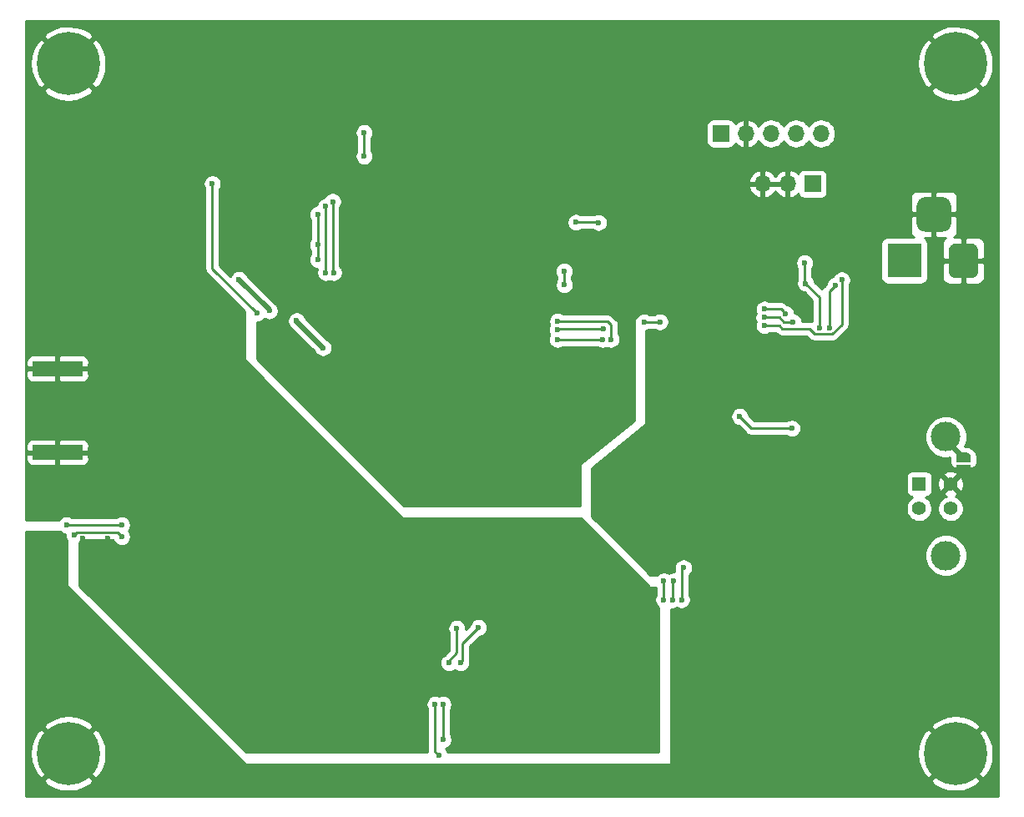
<source format=gbr>
G04 #@! TF.GenerationSoftware,KiCad,Pcbnew,(5.1.2)-1*
G04 #@! TF.CreationDate,2020-04-17T10:09:38+02:00*
G04 #@! TF.ProjectId,DeltaSDR,44656c74-6153-4445-922e-6b696361645f,rev?*
G04 #@! TF.SameCoordinates,Original*
G04 #@! TF.FileFunction,Copper,L2,Bot*
G04 #@! TF.FilePolarity,Positive*
%FSLAX46Y46*%
G04 Gerber Fmt 4.6, Leading zero omitted, Abs format (unit mm)*
G04 Created by KiCad (PCBNEW (5.1.2)-1) date 2020-04-17 10:09:38*
%MOMM*%
%LPD*%
G04 APERTURE LIST*
%ADD10C,0.800000*%
%ADD11C,6.400000*%
%ADD12C,0.500000*%
%ADD13C,0.100000*%
%ADD14C,3.500000*%
%ADD15C,3.000000*%
%ADD16R,3.500000X3.500000*%
%ADD17R,5.080000X1.500000*%
%ADD18C,1.400000*%
%ADD19R,1.400000X1.400000*%
%ADD20O,1.700000X1.700000*%
%ADD21R,1.700000X1.700000*%
%ADD22C,0.600000*%
%ADD23C,0.250000*%
%ADD24C,0.500000*%
%ADD25C,0.254000*%
G04 APERTURE END LIST*
D10*
X116697056Y-133302944D03*
X115000000Y-132600000D03*
X113302944Y-133302944D03*
X112600000Y-135000000D03*
X113302944Y-136697056D03*
X115000000Y-137400000D03*
X116697056Y-136697056D03*
X117400000Y-135000000D03*
D11*
X115000000Y-135000000D03*
D10*
X116697056Y-63302944D03*
X115000000Y-62600000D03*
X113302944Y-63302944D03*
X112600000Y-65000000D03*
X113302944Y-66697056D03*
X115000000Y-67400000D03*
X116697056Y-66697056D03*
X117400000Y-65000000D03*
D11*
X115000000Y-65000000D03*
D10*
X206697056Y-133302944D03*
X205000000Y-132600000D03*
X203302944Y-133302944D03*
X202600000Y-135000000D03*
X203302944Y-136697056D03*
X205000000Y-137400000D03*
X206697056Y-136697056D03*
X207400000Y-135000000D03*
D11*
X205000000Y-135000000D03*
D10*
X206697056Y-63302944D03*
X205000000Y-62600000D03*
X203302944Y-63302944D03*
X202600000Y-65000000D03*
X203302944Y-66697056D03*
X205000000Y-67400000D03*
X206697056Y-66697056D03*
X207400000Y-65000000D03*
D11*
X205000000Y-65000000D03*
D12*
X205800000Y-106250000D03*
D13*
G36*
X206550000Y-105750000D02*
G01*
X206550000Y-106250000D01*
X206549398Y-106250000D01*
X206549398Y-106274534D01*
X206544588Y-106323365D01*
X206535016Y-106371490D01*
X206520772Y-106418445D01*
X206501995Y-106463778D01*
X206478864Y-106507051D01*
X206451604Y-106547850D01*
X206420476Y-106585779D01*
X206385779Y-106620476D01*
X206347850Y-106651604D01*
X206307051Y-106678864D01*
X206263778Y-106701995D01*
X206218445Y-106720772D01*
X206171490Y-106735016D01*
X206123365Y-106744588D01*
X206074534Y-106749398D01*
X206050000Y-106749398D01*
X206050000Y-106750000D01*
X205550000Y-106750000D01*
X205550000Y-106749398D01*
X205525466Y-106749398D01*
X205476635Y-106744588D01*
X205428510Y-106735016D01*
X205381555Y-106720772D01*
X205336222Y-106701995D01*
X205292949Y-106678864D01*
X205252150Y-106651604D01*
X205214221Y-106620476D01*
X205179524Y-106585779D01*
X205148396Y-106547850D01*
X205121136Y-106507051D01*
X205098005Y-106463778D01*
X205079228Y-106418445D01*
X205064984Y-106371490D01*
X205055412Y-106323365D01*
X205050602Y-106274534D01*
X205050602Y-106250000D01*
X205050000Y-106250000D01*
X205050000Y-105750000D01*
X206550000Y-105750000D01*
X206550000Y-105750000D01*
G37*
D12*
X205800000Y-104950000D03*
D13*
G36*
X205050602Y-104950000D02*
G01*
X205050602Y-104925466D01*
X205055412Y-104876635D01*
X205064984Y-104828510D01*
X205079228Y-104781555D01*
X205098005Y-104736222D01*
X205121136Y-104692949D01*
X205148396Y-104652150D01*
X205179524Y-104614221D01*
X205214221Y-104579524D01*
X205252150Y-104548396D01*
X205292949Y-104521136D01*
X205336222Y-104498005D01*
X205381555Y-104479228D01*
X205428510Y-104464984D01*
X205476635Y-104455412D01*
X205525466Y-104450602D01*
X205550000Y-104450602D01*
X205550000Y-104450000D01*
X206050000Y-104450000D01*
X206050000Y-104450602D01*
X206074534Y-104450602D01*
X206123365Y-104455412D01*
X206171490Y-104464984D01*
X206218445Y-104479228D01*
X206263778Y-104498005D01*
X206307051Y-104521136D01*
X206347850Y-104548396D01*
X206385779Y-104579524D01*
X206420476Y-104614221D01*
X206451604Y-104652150D01*
X206478864Y-104692949D01*
X206501995Y-104736222D01*
X206520772Y-104781555D01*
X206535016Y-104828510D01*
X206544588Y-104876635D01*
X206549398Y-104925466D01*
X206549398Y-104950000D01*
X206550000Y-104950000D01*
X206550000Y-105450000D01*
X205050000Y-105450000D01*
X205050000Y-104950000D01*
X205050602Y-104950000D01*
X205050602Y-104950000D01*
G37*
G36*
X203760765Y-78554213D02*
G01*
X203845704Y-78566813D01*
X203928999Y-78587677D01*
X204009848Y-78616605D01*
X204087472Y-78653319D01*
X204161124Y-78697464D01*
X204230094Y-78748616D01*
X204293718Y-78806282D01*
X204351384Y-78869906D01*
X204402536Y-78938876D01*
X204446681Y-79012528D01*
X204483395Y-79090152D01*
X204512323Y-79171001D01*
X204533187Y-79254296D01*
X204545787Y-79339235D01*
X204550000Y-79425000D01*
X204550000Y-81175000D01*
X204545787Y-81260765D01*
X204533187Y-81345704D01*
X204512323Y-81428999D01*
X204483395Y-81509848D01*
X204446681Y-81587472D01*
X204402536Y-81661124D01*
X204351384Y-81730094D01*
X204293718Y-81793718D01*
X204230094Y-81851384D01*
X204161124Y-81902536D01*
X204087472Y-81946681D01*
X204009848Y-81983395D01*
X203928999Y-82012323D01*
X203845704Y-82033187D01*
X203760765Y-82045787D01*
X203675000Y-82050000D01*
X201925000Y-82050000D01*
X201839235Y-82045787D01*
X201754296Y-82033187D01*
X201671001Y-82012323D01*
X201590152Y-81983395D01*
X201512528Y-81946681D01*
X201438876Y-81902536D01*
X201369906Y-81851384D01*
X201306282Y-81793718D01*
X201248616Y-81730094D01*
X201197464Y-81661124D01*
X201153319Y-81587472D01*
X201116605Y-81509848D01*
X201087677Y-81428999D01*
X201066813Y-81345704D01*
X201054213Y-81260765D01*
X201050000Y-81175000D01*
X201050000Y-79425000D01*
X201054213Y-79339235D01*
X201066813Y-79254296D01*
X201087677Y-79171001D01*
X201116605Y-79090152D01*
X201153319Y-79012528D01*
X201197464Y-78938876D01*
X201248616Y-78869906D01*
X201306282Y-78806282D01*
X201369906Y-78748616D01*
X201438876Y-78697464D01*
X201512528Y-78653319D01*
X201590152Y-78616605D01*
X201671001Y-78587677D01*
X201754296Y-78566813D01*
X201839235Y-78554213D01*
X201925000Y-78550000D01*
X203675000Y-78550000D01*
X203760765Y-78554213D01*
X203760765Y-78554213D01*
G37*
D14*
X202800000Y-80300000D03*
D13*
G36*
X206623513Y-83253611D02*
G01*
X206696318Y-83264411D01*
X206767714Y-83282295D01*
X206837013Y-83307090D01*
X206903548Y-83338559D01*
X206966678Y-83376398D01*
X207025795Y-83420242D01*
X207080330Y-83469670D01*
X207129758Y-83524205D01*
X207173602Y-83583322D01*
X207211441Y-83646452D01*
X207242910Y-83712987D01*
X207267705Y-83782286D01*
X207285589Y-83853682D01*
X207296389Y-83926487D01*
X207300000Y-84000000D01*
X207300000Y-86000000D01*
X207296389Y-86073513D01*
X207285589Y-86146318D01*
X207267705Y-86217714D01*
X207242910Y-86287013D01*
X207211441Y-86353548D01*
X207173602Y-86416678D01*
X207129758Y-86475795D01*
X207080330Y-86530330D01*
X207025795Y-86579758D01*
X206966678Y-86623602D01*
X206903548Y-86661441D01*
X206837013Y-86692910D01*
X206767714Y-86717705D01*
X206696318Y-86735589D01*
X206623513Y-86746389D01*
X206550000Y-86750000D01*
X205050000Y-86750000D01*
X204976487Y-86746389D01*
X204903682Y-86735589D01*
X204832286Y-86717705D01*
X204762987Y-86692910D01*
X204696452Y-86661441D01*
X204633322Y-86623602D01*
X204574205Y-86579758D01*
X204519670Y-86530330D01*
X204470242Y-86475795D01*
X204426398Y-86416678D01*
X204388559Y-86353548D01*
X204357090Y-86287013D01*
X204332295Y-86217714D01*
X204314411Y-86146318D01*
X204303611Y-86073513D01*
X204300000Y-86000000D01*
X204300000Y-84000000D01*
X204303611Y-83926487D01*
X204314411Y-83853682D01*
X204332295Y-83782286D01*
X204357090Y-83712987D01*
X204388559Y-83646452D01*
X204426398Y-83583322D01*
X204470242Y-83524205D01*
X204519670Y-83469670D01*
X204574205Y-83420242D01*
X204633322Y-83376398D01*
X204696452Y-83338559D01*
X204762987Y-83307090D01*
X204832286Y-83282295D01*
X204903682Y-83264411D01*
X204976487Y-83253611D01*
X205050000Y-83250000D01*
X206550000Y-83250000D01*
X206623513Y-83253611D01*
X206623513Y-83253611D01*
G37*
D15*
X205800000Y-85000000D03*
D16*
X199800000Y-85000000D03*
D17*
X113900000Y-104450000D03*
X113900000Y-95950000D03*
D18*
X201305000Y-110145000D03*
D15*
X204015000Y-114915000D03*
D19*
X201305000Y-107645000D03*
D18*
X204505000Y-110145000D03*
X204505000Y-107645000D03*
D15*
X204015000Y-102875000D03*
D20*
X191360000Y-72100000D03*
X188820000Y-72100000D03*
X186280000Y-72100000D03*
X183740000Y-72100000D03*
D21*
X181200000Y-72100000D03*
D20*
X185420000Y-77200000D03*
X187960000Y-77200000D03*
D21*
X190500000Y-77200000D03*
D22*
X188400000Y-101000000D03*
X180900000Y-99700000D03*
X178500000Y-97239989D03*
X170700000Y-98200000D03*
X170700000Y-94400000D03*
X170600000Y-101500000D03*
X170600000Y-102300000D03*
X157800000Y-96200000D03*
X157800000Y-98300000D03*
X152700000Y-98700000D03*
X156000000Y-99700000D03*
X148900000Y-97400000D03*
X162400000Y-115300000D03*
X148958058Y-106258058D03*
X157100000Y-79800000D03*
X157200000Y-84300000D03*
X158000000Y-74200000D03*
X169400000Y-107200000D03*
X171600000Y-107200000D03*
X189175010Y-83700000D03*
X181700000Y-81000000D03*
X191000000Y-84200000D03*
X124500000Y-79800000D03*
X154900000Y-117900000D03*
X139300000Y-112600000D03*
X136000000Y-112600000D03*
X202700024Y-111000000D03*
X125900000Y-87400000D03*
X154900000Y-116300000D03*
X120700000Y-109300000D03*
X117400000Y-96000000D03*
X113900000Y-106300000D03*
X126200000Y-81700000D03*
X127800000Y-91400000D03*
X131400000Y-91300000D03*
X126599992Y-113400000D03*
X127000000Y-109500000D03*
X124400000Y-112900000D03*
X142000000Y-109600000D03*
X133000000Y-112600000D03*
X130400000Y-112500000D03*
X138200000Y-85000000D03*
X141800002Y-75700000D03*
X120000000Y-137500000D03*
X122500000Y-137500000D03*
X125000000Y-137500000D03*
X127500000Y-137500000D03*
X130000000Y-137500000D03*
X132500000Y-137500000D03*
X135000000Y-137500000D03*
X137500000Y-137500000D03*
X140000000Y-137500000D03*
X142500000Y-137500000D03*
X145000000Y-137500000D03*
X147500000Y-137500000D03*
X150000000Y-137500000D03*
X152500000Y-137500000D03*
X155000000Y-137500000D03*
X157500000Y-137500000D03*
X160000000Y-137500000D03*
X162500000Y-137500000D03*
X165000000Y-137500000D03*
X167500000Y-137500000D03*
X170000000Y-137500000D03*
X172500000Y-137500000D03*
X175000000Y-137500000D03*
X177500000Y-137500000D03*
X180000000Y-137500000D03*
X162600000Y-114000000D03*
X161000000Y-114000000D03*
X160600000Y-116600000D03*
X116200000Y-106400012D03*
X147000000Y-125599992D03*
X148800000Y-125600000D03*
X150800000Y-125600000D03*
X152600000Y-125600000D03*
X144600000Y-125600000D03*
X142400000Y-125600000D03*
X140000000Y-125600000D03*
X137400000Y-125600000D03*
X135400000Y-124200000D03*
X133800000Y-122600000D03*
X144400000Y-122000000D03*
X142400000Y-122000000D03*
X149200000Y-122200000D03*
X134600000Y-113800000D03*
X134600000Y-115200000D03*
X134600000Y-116800000D03*
X134600000Y-111400000D03*
X134600000Y-109600000D03*
X134600000Y-107800000D03*
X134600000Y-105600000D03*
X132600000Y-101000000D03*
X136000000Y-100600000D03*
X134400000Y-99000000D03*
X130600000Y-101000000D03*
X128600000Y-101000000D03*
X126400000Y-101000000D03*
X189999986Y-102600000D03*
X170728987Y-98974990D03*
X178400000Y-108000000D03*
X178400000Y-106400000D03*
X178400000Y-109800000D03*
X182400000Y-108000000D03*
X182400000Y-106200000D03*
X182400000Y-109800000D03*
X180350000Y-105549986D03*
X180350000Y-110449990D03*
X125400000Y-71400000D03*
X127000000Y-71400000D03*
X123800000Y-71400000D03*
X127000000Y-67400000D03*
X125400000Y-67400000D03*
X123800000Y-67400000D03*
X128200000Y-69400000D03*
X122800024Y-69400000D03*
X155400000Y-118700000D03*
X158100000Y-118900000D03*
X156200000Y-129000000D03*
X166400000Y-116000006D03*
X166100000Y-114500000D03*
X164700000Y-114000000D03*
X166000000Y-121400000D03*
X168000000Y-119600004D03*
X167600000Y-120999988D03*
X165800000Y-117400000D03*
X160800000Y-130800000D03*
X151200000Y-130800000D03*
X155000002Y-130800000D03*
X157800000Y-130800000D03*
X148200000Y-130800000D03*
X145200000Y-130800000D03*
X142200000Y-130800000D03*
X139000000Y-130800000D03*
X131200000Y-127600000D03*
X129400000Y-125800000D03*
X127400000Y-123800000D03*
X125600000Y-122000000D03*
X124000000Y-120400000D03*
X122200000Y-118600000D03*
X120400000Y-116800000D03*
X119000000Y-115400000D03*
X119000000Y-113200000D03*
X119000000Y-111000000D03*
X119000000Y-108800000D03*
X119000000Y-106400000D03*
X119000000Y-103800000D03*
X119000000Y-101400000D03*
X148200000Y-133400000D03*
X145200000Y-133400000D03*
X139000000Y-133400000D03*
X142200000Y-133599998D03*
X129200000Y-129200000D03*
X127200000Y-127400000D03*
X125200000Y-125600000D03*
X123400000Y-123800000D03*
X121800000Y-122200000D03*
X119800000Y-120200000D03*
X118000000Y-118400000D03*
X116400000Y-116200000D03*
X116400000Y-113200000D03*
X116400000Y-111000000D03*
X116400000Y-108600000D03*
X130400000Y-114800000D03*
X133000000Y-114800000D03*
X133000000Y-117600000D03*
X136000000Y-117800000D03*
X136000000Y-114800000D03*
X133000000Y-105600000D03*
X135800000Y-105600000D03*
X136000000Y-107400000D03*
X133200000Y-107400000D03*
X119000000Y-98600000D03*
X119000000Y-96600000D03*
X119200000Y-94600000D03*
X120600000Y-92400000D03*
X122600000Y-90200000D03*
X124800000Y-88600000D03*
X127200000Y-88800000D03*
X127400000Y-85500000D03*
X112500000Y-130000000D03*
X112500000Y-127500000D03*
X112500000Y-125000000D03*
X112500000Y-122500000D03*
X112500000Y-120000000D03*
X112500000Y-117500000D03*
X112500000Y-115000000D03*
X112500000Y-110000000D03*
X112500000Y-107500000D03*
X112500000Y-92500000D03*
X112500000Y-90000000D03*
X112500000Y-87500000D03*
X112500000Y-85500000D03*
X112500000Y-82500000D03*
X112500000Y-80000000D03*
X112500000Y-77500000D03*
X112500000Y-75000000D03*
X112500000Y-72500000D03*
X112500000Y-70000000D03*
X120000000Y-62500000D03*
X122500000Y-62500000D03*
X125000000Y-62500000D03*
X127500000Y-62500000D03*
X130000000Y-62500000D03*
X132500000Y-62500000D03*
X135000000Y-62500000D03*
X137500000Y-62500000D03*
X140000000Y-62500000D03*
X142500000Y-62500000D03*
X145000000Y-62500000D03*
X147500000Y-62500000D03*
X151158051Y-133358051D03*
X156185936Y-126524990D03*
X115000000Y-85500000D03*
X117500000Y-85500000D03*
X120000000Y-85500000D03*
X122500000Y-85500000D03*
X125000000Y-85500000D03*
X111000000Y-98500000D03*
X111000000Y-102000000D03*
X113000000Y-98500000D03*
X115000000Y-98500000D03*
X117000000Y-98500000D03*
X113000000Y-102000000D03*
X115000000Y-102000000D03*
X116500000Y-102000000D03*
X111000000Y-106500000D03*
X144000000Y-107000000D03*
X142000000Y-104500000D03*
X139500000Y-102000000D03*
X138000000Y-100500000D03*
X133500000Y-96500000D03*
X131500000Y-96500000D03*
X136000000Y-98500000D03*
X150850000Y-113750000D03*
X148800000Y-111850000D03*
X152449990Y-114000000D03*
X115000000Y-87500000D03*
X117500000Y-87500000D03*
X120000000Y-87500000D03*
X122500000Y-87500000D03*
X120000000Y-90000000D03*
X117500000Y-90000000D03*
X115000000Y-90000000D03*
X115000000Y-92500000D03*
X117500000Y-92500000D03*
X120000000Y-102500000D03*
X120000000Y-105000000D03*
X120000000Y-107500000D03*
X127500000Y-102500000D03*
X127500000Y-105000000D03*
X127500000Y-107500000D03*
X115000000Y-107500000D03*
X115000000Y-110000000D03*
X117500000Y-122500000D03*
X122500000Y-127500000D03*
X127500000Y-132500000D03*
X130000000Y-122500000D03*
X132500000Y-125000000D03*
X135000000Y-127500000D03*
X137500000Y-127500000D03*
X142500000Y-127500000D03*
X145000000Y-127500000D03*
X147500000Y-127500000D03*
X150000000Y-127500000D03*
X140000000Y-127500000D03*
X122500000Y-115000000D03*
X125000000Y-117500000D03*
X125000000Y-115000000D03*
X145000000Y-117500000D03*
X147500000Y-117500000D03*
X147500000Y-115000000D03*
X145000000Y-115000000D03*
X145000000Y-112500000D03*
X142500000Y-107500000D03*
X120000000Y-65000000D03*
X125000000Y-65000000D03*
X130000000Y-65000000D03*
X135000000Y-65000000D03*
X140000000Y-65000000D03*
X145000000Y-65000000D03*
X140000000Y-70000000D03*
X135000000Y-70000000D03*
X130000000Y-70000000D03*
X120000000Y-70000000D03*
X115000000Y-70000000D03*
X115000000Y-75000000D03*
X120000000Y-75000000D03*
X120000000Y-80000000D03*
X115000000Y-80000000D03*
X175000000Y-115000000D03*
X180000000Y-115000000D03*
X185000000Y-115000000D03*
X190000000Y-115000000D03*
X190000000Y-110000000D03*
X190000000Y-105500000D03*
X185000000Y-110000000D03*
X208000000Y-87500000D03*
X208000000Y-90000000D03*
X208000000Y-92500000D03*
X208000000Y-95000000D03*
X208000000Y-100000000D03*
X208000000Y-97500000D03*
X208000000Y-102500000D03*
X208000000Y-105000000D03*
X208000000Y-107500000D03*
X208000000Y-110000000D03*
X208000000Y-112500000D03*
X208000000Y-115000000D03*
X207500000Y-117500000D03*
X207500000Y-120000000D03*
X207500000Y-122500000D03*
X207500000Y-125000000D03*
X207500000Y-127500000D03*
X207500000Y-130000000D03*
X200000000Y-137500000D03*
X197500000Y-137500000D03*
X195000000Y-137500000D03*
X192500000Y-137500000D03*
X190000000Y-137500000D03*
X187500000Y-137500000D03*
X185000000Y-137500000D03*
X182500000Y-137500000D03*
X208000000Y-85000000D03*
X208000000Y-82500000D03*
X207500000Y-77500000D03*
X207500000Y-75000000D03*
X207500000Y-72500000D03*
X207500000Y-70000000D03*
X200000000Y-62500000D03*
X195000000Y-62500000D03*
X197500000Y-62500000D03*
X192500000Y-62500000D03*
X190000000Y-62500000D03*
X185000000Y-62500000D03*
X187500000Y-62500000D03*
X182500000Y-62500000D03*
X180000000Y-62500000D03*
X177500000Y-62500000D03*
X175000000Y-62500000D03*
X172500000Y-62500000D03*
X170000000Y-62500000D03*
X167500000Y-62500000D03*
X165000000Y-62500000D03*
X162500000Y-62500000D03*
X160000000Y-62500000D03*
X157500000Y-62500000D03*
X155000000Y-62500000D03*
X152500000Y-62500000D03*
X150000000Y-62500000D03*
X185000000Y-120000000D03*
X185000000Y-125000000D03*
X185000000Y-130000000D03*
X185000000Y-135000000D03*
X190000000Y-120000000D03*
X195000000Y-120000000D03*
X200000000Y-120000000D03*
X205000000Y-120000000D03*
X184800000Y-79625010D03*
X205000000Y-95000000D03*
X205000000Y-90000000D03*
X205000000Y-75000000D03*
X205000000Y-70000000D03*
X200000000Y-65000000D03*
X195000000Y-65000000D03*
X190000000Y-65000000D03*
X185000000Y-65000000D03*
X180000000Y-65000000D03*
X175000000Y-65000000D03*
X170000000Y-65000000D03*
X165000000Y-65000000D03*
X160000000Y-65000000D03*
X155000000Y-65000000D03*
X150000000Y-65000000D03*
X190000000Y-125000000D03*
X195000000Y-125000000D03*
X200000000Y-125000000D03*
X205000000Y-125000000D03*
X205000000Y-130000000D03*
X200000000Y-130000000D03*
X195000000Y-130000000D03*
X190000000Y-130000000D03*
X190000000Y-135000000D03*
X195000000Y-135000000D03*
X200000000Y-135000000D03*
X125000000Y-130000000D03*
X120000000Y-125000000D03*
X115000000Y-120000000D03*
X115000000Y-125000000D03*
X120000000Y-130000000D03*
X125000000Y-135000000D03*
X120000000Y-135000000D03*
X115000000Y-130000000D03*
X130000000Y-135000000D03*
X180000000Y-120000000D03*
X180000000Y-125000000D03*
X180000000Y-130000000D03*
X180000000Y-135000000D03*
X174000000Y-119000000D03*
X174000000Y-121000000D03*
X174000000Y-123000000D03*
X174000000Y-125000000D03*
X174000000Y-127000000D03*
X174000000Y-129000000D03*
X174000000Y-131000000D03*
X174000000Y-133000000D03*
X172500000Y-130000000D03*
X170000000Y-130000000D03*
X167500000Y-130000000D03*
X167500000Y-127500000D03*
X170000000Y-127500000D03*
X172500000Y-127500000D03*
X172500000Y-125000000D03*
X172500000Y-122500000D03*
X172500000Y-120000000D03*
X172500000Y-117500000D03*
X170000000Y-125000000D03*
X165000000Y-133500000D03*
X167500000Y-133500000D03*
X170000000Y-133500000D03*
X172500000Y-133500000D03*
X170600000Y-118100000D03*
X156200000Y-133400000D03*
X170600000Y-116400000D03*
X165600000Y-124400000D03*
X158600000Y-133400000D03*
X165800000Y-126000000D03*
X161400000Y-133400000D03*
X169400000Y-123600000D03*
X167400000Y-124400000D03*
X170600000Y-121600000D03*
X170600000Y-119800000D03*
X170200000Y-115000000D03*
X166600000Y-128200002D03*
X161200000Y-111600000D03*
X163200000Y-111600000D03*
X168799988Y-113600000D03*
X167200000Y-112000000D03*
X165400000Y-111600000D03*
X176600000Y-88000000D03*
X194100012Y-96700000D03*
X192700014Y-96700000D03*
X193400000Y-96700000D03*
X194000000Y-104000000D03*
X194000000Y-113000000D03*
X170000000Y-112000000D03*
X194000000Y-108000000D03*
X177000000Y-106000000D03*
X176000000Y-110000000D03*
X190000000Y-104000000D03*
X185000000Y-112500000D03*
X190000000Y-112500000D03*
X180000000Y-112500000D03*
X175000000Y-112500000D03*
X173000000Y-115000000D03*
X174200000Y-87000000D03*
X172600000Y-87100032D03*
X173500000Y-75500000D03*
X176000000Y-79500000D03*
X176000000Y-75500000D03*
X171000000Y-75500000D03*
X171000000Y-79500000D03*
X170500000Y-77500000D03*
X176500000Y-77500000D03*
X171000000Y-74000000D03*
X173000000Y-74000000D03*
X175000000Y-74000000D03*
X177000000Y-74000000D03*
X169000000Y-74000000D03*
X169000000Y-72000000D03*
X171000000Y-72000000D03*
X173000000Y-72000000D03*
X175000000Y-72000000D03*
X177000000Y-72000000D03*
X177000000Y-70000000D03*
X175000000Y-70000000D03*
X173000000Y-70000000D03*
X171000000Y-70000000D03*
X169000000Y-70000000D03*
X171000000Y-81000000D03*
X176000000Y-81000000D03*
X173395000Y-81000000D03*
X173400000Y-79400000D03*
X165000000Y-70000000D03*
X167000000Y-70000000D03*
X167000000Y-72000000D03*
X163990000Y-132950000D03*
X165377580Y-131048804D03*
X162900000Y-130400000D03*
X136000000Y-133400000D03*
X133000000Y-133200000D03*
X131000000Y-131200000D03*
X133000000Y-129400000D03*
X136000000Y-130800000D03*
X170400000Y-107100000D03*
X164300000Y-104200000D03*
X159000000Y-106900000D03*
X159200000Y-102800000D03*
X151200000Y-79800000D03*
X165199997Y-79299997D03*
X165200004Y-80200000D03*
X145200000Y-77700000D03*
X130600000Y-85200000D03*
X130600000Y-83600000D03*
X130600000Y-81800000D03*
X130600000Y-80000000D03*
X145000000Y-70000000D03*
X149000000Y-70000000D03*
X143500000Y-96500000D03*
X137500000Y-89450000D03*
X153600000Y-86050000D03*
X149300000Y-86750000D03*
X170900000Y-89700000D03*
X172100000Y-88300000D03*
X159041949Y-100641949D03*
X170400000Y-87200000D03*
X180200000Y-85800000D03*
X183900000Y-85600000D03*
X200200000Y-96100000D03*
X167300000Y-97275000D03*
X185598297Y-89908152D03*
X187737500Y-90361764D03*
X183100000Y-100800000D03*
X188400000Y-102000000D03*
X164600000Y-92000000D03*
X169300010Y-91900000D03*
X132300000Y-86900000D03*
X135390018Y-90090018D03*
X166499996Y-81100000D03*
X168780002Y-81120002D03*
X138155923Y-91105923D03*
X140825010Y-93824990D03*
X140300006Y-83400000D03*
X140300003Y-80300000D03*
X140300000Y-84900000D03*
X165310087Y-87450013D03*
X165300000Y-86074990D03*
X193452500Y-86947500D03*
X185600010Y-91600000D03*
X173400000Y-91200000D03*
X175000000Y-91199986D03*
X134100000Y-90300000D03*
X129600004Y-77200000D03*
X189700000Y-85200000D03*
X189800000Y-87300000D03*
X145000000Y-71999990D03*
X145000000Y-74400008D03*
X156600000Y-122200000D03*
X120400000Y-113000000D03*
X115600000Y-112800000D03*
X152999998Y-133600006D03*
X153000000Y-130000000D03*
X154800000Y-125800000D03*
X175400000Y-117500000D03*
X175400008Y-119400000D03*
X191204449Y-91795549D03*
X192200000Y-91800000D03*
X192800000Y-87489998D03*
X120400000Y-111800000D03*
X114800000Y-111800000D03*
X176400000Y-117499998D03*
X176300000Y-119399998D03*
X154400000Y-122300000D03*
X152600000Y-135200000D03*
X153600000Y-125800000D03*
X152200000Y-130000000D03*
X177400000Y-116149988D03*
X177200000Y-119400000D03*
X188500000Y-91200000D03*
X185574924Y-90759346D03*
X164634478Y-91150704D03*
X170053115Y-92975021D03*
X164600000Y-93000000D03*
X169200000Y-93000000D03*
X141800015Y-79000000D03*
X141904421Y-86200000D03*
X141100000Y-79499984D03*
X141100000Y-86200004D03*
D23*
X139300000Y-112600000D02*
X136000000Y-112600000D01*
X204505000Y-107645000D02*
X202700024Y-109449976D01*
X202700024Y-110575736D02*
X202700024Y-111000000D01*
X202700024Y-109449976D02*
X202700024Y-110575736D01*
X113900000Y-104450000D02*
X113900000Y-106300000D01*
X139300000Y-112600000D02*
X142000000Y-109900000D01*
X142000000Y-109900000D02*
X142000000Y-109600000D01*
X133000000Y-112600000D02*
X130500000Y-112600000D01*
X130500000Y-112600000D02*
X130400000Y-112500000D01*
D24*
X205800000Y-106350000D02*
X204505000Y-107645000D01*
X205800000Y-106250000D02*
X205800000Y-106350000D01*
D23*
X120000000Y-137500000D02*
X122500000Y-137500000D01*
X125000000Y-137500000D02*
X127500000Y-137500000D01*
X130000000Y-137500000D02*
X132500000Y-137500000D01*
X135000000Y-137500000D02*
X137500000Y-137500000D01*
X140000000Y-137500000D02*
X142500000Y-137500000D01*
X145000000Y-137500000D02*
X147500000Y-137500000D01*
X150000000Y-137500000D02*
X152500000Y-137500000D01*
X155000000Y-137500000D02*
X157500000Y-137500000D01*
X160000000Y-137500000D02*
X162500000Y-137500000D01*
X165000000Y-137500000D02*
X167500000Y-137500000D01*
X170000000Y-137500000D02*
X172500000Y-137500000D01*
X175000000Y-137500000D02*
X177500000Y-137500000D01*
X114000012Y-106400012D02*
X113900000Y-106300000D01*
X116200000Y-106400012D02*
X114000012Y-106400012D01*
X148800000Y-125600000D02*
X150800000Y-125600000D01*
X147000000Y-125599992D02*
X144600008Y-125599992D01*
X144600008Y-125599992D02*
X144600000Y-125600000D01*
X142400000Y-125600000D02*
X140000000Y-125600000D01*
X137400000Y-125600000D02*
X136800000Y-125600000D01*
X136800000Y-125600000D02*
X135400000Y-124200000D01*
X144400000Y-122000000D02*
X142400000Y-122000000D01*
X134600000Y-113800000D02*
X134600000Y-115200000D01*
X134600000Y-113800000D02*
X134600000Y-111400000D01*
X134600000Y-109600000D02*
X134600000Y-107800000D01*
X134600000Y-105600000D02*
X134600000Y-103000000D01*
X134600000Y-103000000D02*
X132600000Y-101000000D01*
X132600000Y-101000000D02*
X135600000Y-101000000D01*
X135600000Y-101000000D02*
X136000000Y-100600000D01*
X130600000Y-101000000D02*
X128600000Y-101000000D01*
X178400000Y-108000000D02*
X178400000Y-106400000D01*
X182400000Y-108000000D02*
X182400000Y-106200000D01*
X125400000Y-71400000D02*
X127000000Y-71400000D01*
X125400000Y-67400000D02*
X123800000Y-67400000D01*
X166100000Y-114600000D02*
X166100000Y-114500000D01*
X166400000Y-116000006D02*
X166100001Y-115700007D01*
X166100001Y-115700007D02*
X166100000Y-114600000D01*
X162600000Y-114000000D02*
X164700000Y-114000000D01*
X167600000Y-120000004D02*
X167600000Y-120575724D01*
X167600000Y-120575724D02*
X167600000Y-120999988D01*
X168000000Y-119600004D02*
X167600000Y-120000004D01*
X156200000Y-129000000D02*
X159000000Y-129000000D01*
X159000000Y-129000000D02*
X160500001Y-130500001D01*
X160500001Y-130500001D02*
X160800000Y-130800000D01*
X155000002Y-130800000D02*
X157800000Y-130800000D01*
X151200000Y-130800000D02*
X148200000Y-130800000D01*
X145200000Y-130800000D02*
X142200000Y-130800000D01*
X139000000Y-130800000D02*
X136000000Y-130800000D01*
X133000000Y-129400000D02*
X131200000Y-127600000D01*
X129400000Y-125800000D02*
X127400000Y-123800000D01*
X125600000Y-122000000D02*
X124000000Y-120400000D01*
X122200000Y-118600000D02*
X120400000Y-116800000D01*
X119000000Y-115400000D02*
X119000000Y-113200000D01*
X119000000Y-111000000D02*
X119000000Y-108800000D01*
X119000000Y-106400000D02*
X119000000Y-103800000D01*
X148200000Y-133400000D02*
X145200000Y-133400000D01*
X139000000Y-133400000D02*
X142000002Y-133400000D01*
X142000002Y-133400000D02*
X142200000Y-133599998D01*
X168600000Y-124400000D02*
X169100001Y-123899999D01*
X165800000Y-126000000D02*
X166600000Y-126800000D01*
X170200000Y-115000000D02*
X170600000Y-115400000D01*
X161400000Y-133400000D02*
X158600000Y-133400000D01*
X166600000Y-126800000D02*
X166600000Y-127775738D01*
X170600000Y-115975736D02*
X170600000Y-116400000D01*
X170600000Y-115400000D02*
X170600000Y-115975736D01*
X170600000Y-118100000D02*
X170600000Y-119800000D01*
X167400000Y-124400000D02*
X168600000Y-124400000D01*
X166600000Y-127775738D02*
X166600000Y-128200002D01*
X169100001Y-123899999D02*
X169400000Y-123600000D01*
X170600000Y-119800000D02*
X170600000Y-121600000D01*
X167200000Y-112000000D02*
X168799988Y-113599988D01*
X168799988Y-113599988D02*
X168799988Y-113600000D01*
X162600000Y-114000000D02*
X162600000Y-113000000D01*
X163200000Y-111600000D02*
X165400000Y-111600000D01*
X162600000Y-113000000D02*
X161200000Y-111600000D01*
X194100012Y-96700000D02*
X193400000Y-96700000D01*
X164790000Y-131636384D02*
X165377580Y-131048804D01*
X164790000Y-132620000D02*
X164790000Y-131636384D01*
X163990000Y-132950000D02*
X164460000Y-132950000D01*
X164460000Y-132950000D02*
X164790000Y-132620000D01*
X185598297Y-89908152D02*
X187283888Y-89908152D01*
X187437501Y-90061765D02*
X187737500Y-90361764D01*
X187283888Y-89908152D02*
X187437501Y-90061765D01*
X183100000Y-100800000D02*
X184300000Y-102000000D01*
X184300000Y-102000000D02*
X188400000Y-102000000D01*
X169300010Y-91900000D02*
X164700000Y-91900000D01*
X164700000Y-91900000D02*
X164600000Y-92000000D01*
D24*
X132300000Y-86900000D02*
X135390018Y-89990018D01*
X135390018Y-89990018D02*
X135390018Y-90090018D01*
D23*
X166499996Y-81100000D02*
X168760000Y-81100000D01*
X168760000Y-81100000D02*
X168780002Y-81120002D01*
D24*
X138155923Y-91105923D02*
X138155923Y-91155903D01*
X138155923Y-91155903D02*
X140825010Y-93824990D01*
D23*
X140300003Y-83399997D02*
X140300006Y-83400000D01*
X140300003Y-80300000D02*
X140300003Y-83399997D01*
X140300000Y-83400006D02*
X140300006Y-83400000D01*
X140300000Y-84900000D02*
X140300000Y-83400006D01*
X165310087Y-86085077D02*
X165300000Y-86074990D01*
X165310087Y-87450013D02*
X165310087Y-86085077D01*
X175000000Y-91199986D02*
X173400014Y-91199986D01*
X173400014Y-91199986D02*
X173400000Y-91200000D01*
X174900014Y-91199986D02*
X175000000Y-91199986D01*
X187100000Y-91600000D02*
X185600010Y-91600000D01*
X193452500Y-91472502D02*
X192500001Y-92425001D01*
X192500001Y-92425001D02*
X190725006Y-92425001D01*
X190725006Y-92425001D02*
X190200004Y-91899999D01*
X190200004Y-91899999D02*
X187399999Y-91899999D01*
X193452500Y-86947500D02*
X193452500Y-91472502D01*
X187399999Y-91899999D02*
X187100000Y-91600000D01*
D24*
X204015000Y-103165000D02*
X205800000Y-104950000D01*
D23*
X129600004Y-85800004D02*
X129600004Y-77624264D01*
X129600004Y-77624264D02*
X129600004Y-77200000D01*
X134100000Y-90300000D02*
X129600004Y-85800004D01*
X189700000Y-85200000D02*
X189700000Y-87200000D01*
X189700000Y-87200000D02*
X189800000Y-87300000D01*
X145000000Y-71999990D02*
X145000000Y-74400008D01*
X115825001Y-112574999D02*
X115600000Y-112800000D01*
X120400000Y-113000000D02*
X119974999Y-112574999D01*
X119974999Y-112574999D02*
X115825001Y-112574999D01*
X152999998Y-133600006D02*
X152999998Y-130000002D01*
X152999998Y-130000002D02*
X153000000Y-130000000D01*
X155000000Y-123800000D02*
X155000000Y-125400000D01*
X156600000Y-122200000D02*
X155000000Y-123800000D01*
X155000000Y-125400000D02*
X155000000Y-125600000D01*
X155000000Y-125600000D02*
X154800000Y-125800000D01*
X175400008Y-119400000D02*
X175400008Y-117500008D01*
X175400008Y-117500008D02*
X175400000Y-117500000D01*
X191200000Y-91791100D02*
X191204449Y-91795549D01*
X189800000Y-87300000D02*
X191200000Y-88700000D01*
X191200000Y-88700000D02*
X191200000Y-91791100D01*
X120400000Y-111800000D02*
X114800000Y-111800000D01*
X176300000Y-119399998D02*
X176300000Y-117599998D01*
X176300000Y-117599998D02*
X176400000Y-117499998D01*
X192800000Y-87500000D02*
X192800000Y-87489998D01*
X192182500Y-88117500D02*
X192800000Y-87500000D01*
X192200000Y-91800000D02*
X192182500Y-91782500D01*
X192182500Y-91782500D02*
X192182500Y-88117500D01*
X152200000Y-134800000D02*
X152200000Y-130424264D01*
X152200000Y-130424264D02*
X152200000Y-130000000D01*
X152600000Y-135200000D02*
X152200000Y-134800000D01*
X153600000Y-125600000D02*
X153600000Y-125800000D01*
X154400000Y-122300000D02*
X154400000Y-124800000D01*
X154400000Y-124800000D02*
X153600000Y-125600000D01*
X177200000Y-116349988D02*
X177400000Y-116149988D01*
X177200000Y-119400000D02*
X177200000Y-116349988D01*
X187159346Y-90759346D02*
X185574924Y-90759346D01*
X188500000Y-91200000D02*
X187600000Y-91200000D01*
X187600000Y-91200000D02*
X187159346Y-90759346D01*
X165058742Y-91150704D02*
X164634478Y-91150704D01*
X169675708Y-91150704D02*
X165058742Y-91150704D01*
X170053115Y-91528111D02*
X169675708Y-91150704D01*
X170053115Y-92975021D02*
X170053115Y-91528111D01*
X169200000Y-93000000D02*
X164600000Y-93000000D01*
X141800015Y-79000000D02*
X141800015Y-86095594D01*
X141800015Y-86095594D02*
X141904421Y-86200000D01*
X141100000Y-79499984D02*
X141100000Y-86200004D01*
D25*
G36*
X209340001Y-139340000D02*
G01*
X110660000Y-139340000D01*
X110660000Y-137700881D01*
X112478724Y-137700881D01*
X112838912Y-138190548D01*
X113502882Y-138550849D01*
X114224385Y-138774694D01*
X114975695Y-138853480D01*
X115727938Y-138784178D01*
X116452208Y-138569452D01*
X117120670Y-138217555D01*
X117161088Y-138190548D01*
X117521276Y-137700881D01*
X202478724Y-137700881D01*
X202838912Y-138190548D01*
X203502882Y-138550849D01*
X204224385Y-138774694D01*
X204975695Y-138853480D01*
X205727938Y-138784178D01*
X206452208Y-138569452D01*
X207120670Y-138217555D01*
X207161088Y-138190548D01*
X207521276Y-137700881D01*
X205000000Y-135179605D01*
X202478724Y-137700881D01*
X117521276Y-137700881D01*
X115000000Y-135179605D01*
X112478724Y-137700881D01*
X110660000Y-137700881D01*
X110660000Y-134975695D01*
X111146520Y-134975695D01*
X111215822Y-135727938D01*
X111430548Y-136452208D01*
X111782445Y-137120670D01*
X111809452Y-137161088D01*
X112299119Y-137521276D01*
X114820395Y-135000000D01*
X115179605Y-135000000D01*
X117700881Y-137521276D01*
X118190548Y-137161088D01*
X118550849Y-136497118D01*
X118774694Y-135775615D01*
X118853480Y-135024305D01*
X118784178Y-134272062D01*
X118569452Y-133547792D01*
X118217555Y-132879330D01*
X118190548Y-132838912D01*
X117700881Y-132478724D01*
X115179605Y-135000000D01*
X114820395Y-135000000D01*
X112299119Y-132478724D01*
X111809452Y-132838912D01*
X111449151Y-133502882D01*
X111225306Y-134224385D01*
X111146520Y-134975695D01*
X110660000Y-134975695D01*
X110660000Y-132299119D01*
X112478724Y-132299119D01*
X115000000Y-134820395D01*
X117521276Y-132299119D01*
X117161088Y-131809452D01*
X116497118Y-131449151D01*
X115775615Y-131225306D01*
X115024305Y-131146520D01*
X114272062Y-131215822D01*
X113547792Y-131430548D01*
X112879330Y-131782445D01*
X112838912Y-131809452D01*
X112478724Y-132299119D01*
X110660000Y-132299119D01*
X110660000Y-112527000D01*
X114205076Y-112527000D01*
X114357111Y-112628586D01*
X114527271Y-112699068D01*
X114665000Y-112726464D01*
X114665000Y-112892089D01*
X114700932Y-113072729D01*
X114771414Y-113242889D01*
X114873000Y-113394924D01*
X114873000Y-118000000D01*
X114875440Y-118024776D01*
X114882667Y-118048601D01*
X114894403Y-118070557D01*
X114910197Y-118089803D01*
X132910197Y-136089803D01*
X132929443Y-136105597D01*
X132951399Y-136117333D01*
X132975224Y-136124560D01*
X133000000Y-136127000D01*
X152467693Y-136127000D01*
X152507911Y-136135000D01*
X152692089Y-136135000D01*
X152732307Y-136127000D01*
X176000000Y-136127000D01*
X176024776Y-136124560D01*
X176048601Y-136117333D01*
X176070557Y-136105597D01*
X176089803Y-136089803D01*
X176105597Y-136070557D01*
X176117333Y-136048601D01*
X176124560Y-136024776D01*
X176127000Y-136000000D01*
X176127000Y-134975695D01*
X201146520Y-134975695D01*
X201215822Y-135727938D01*
X201430548Y-136452208D01*
X201782445Y-137120670D01*
X201809452Y-137161088D01*
X202299119Y-137521276D01*
X204820395Y-135000000D01*
X205179605Y-135000000D01*
X207700881Y-137521276D01*
X208190548Y-137161088D01*
X208550849Y-136497118D01*
X208774694Y-135775615D01*
X208853480Y-135024305D01*
X208784178Y-134272062D01*
X208569452Y-133547792D01*
X208217555Y-132879330D01*
X208190548Y-132838912D01*
X207700881Y-132478724D01*
X205179605Y-135000000D01*
X204820395Y-135000000D01*
X202299119Y-132478724D01*
X201809452Y-132838912D01*
X201449151Y-133502882D01*
X201225306Y-134224385D01*
X201146520Y-134975695D01*
X176127000Y-134975695D01*
X176127000Y-132299119D01*
X202478724Y-132299119D01*
X205000000Y-134820395D01*
X207521276Y-132299119D01*
X207161088Y-131809452D01*
X206497118Y-131449151D01*
X205775615Y-131225306D01*
X205024305Y-131146520D01*
X204272062Y-131215822D01*
X203547792Y-131430548D01*
X202879330Y-131782445D01*
X202838912Y-131809452D01*
X202478724Y-132299119D01*
X176127000Y-132299119D01*
X176127000Y-120318904D01*
X176207911Y-120334998D01*
X176392089Y-120334998D01*
X176572729Y-120299066D01*
X176742889Y-120228584D01*
X176749999Y-120223834D01*
X176757111Y-120228586D01*
X176927271Y-120299068D01*
X177107911Y-120335000D01*
X177292089Y-120335000D01*
X177472729Y-120299068D01*
X177642889Y-120228586D01*
X177796028Y-120126262D01*
X177926262Y-119996028D01*
X178028586Y-119842889D01*
X178099068Y-119672729D01*
X178135000Y-119492089D01*
X178135000Y-119307911D01*
X178099068Y-119127271D01*
X178028586Y-118957111D01*
X177960000Y-118854465D01*
X177960000Y-116900323D01*
X177996028Y-116876250D01*
X178126262Y-116746016D01*
X178228586Y-116592877D01*
X178299068Y-116422717D01*
X178335000Y-116242077D01*
X178335000Y-116057899D01*
X178299068Y-115877259D01*
X178228586Y-115707099D01*
X178126262Y-115553960D01*
X177996028Y-115423726D01*
X177842889Y-115321402D01*
X177672729Y-115250920D01*
X177492089Y-115214988D01*
X177307911Y-115214988D01*
X177127271Y-115250920D01*
X176957111Y-115321402D01*
X176803972Y-115423726D01*
X176673738Y-115553960D01*
X176571414Y-115707099D01*
X176500932Y-115877259D01*
X176465000Y-116057899D01*
X176465000Y-116154843D01*
X176450998Y-116201002D01*
X176440001Y-116312655D01*
X176436324Y-116349988D01*
X176440001Y-116387320D01*
X176440001Y-116564998D01*
X176307911Y-116564998D01*
X176127271Y-116600930D01*
X175957111Y-116671412D01*
X175899999Y-116709573D01*
X175842889Y-116671414D01*
X175672729Y-116600932D01*
X175492089Y-116565000D01*
X175307911Y-116565000D01*
X175127271Y-116600932D01*
X174957111Y-116671414D01*
X174803972Y-116773738D01*
X174704710Y-116873000D01*
X174052606Y-116873000D01*
X171884327Y-114704721D01*
X201880000Y-114704721D01*
X201880000Y-115125279D01*
X201962047Y-115537756D01*
X202122988Y-115926302D01*
X202356637Y-116275983D01*
X202654017Y-116573363D01*
X203003698Y-116807012D01*
X203392244Y-116967953D01*
X203804721Y-117050000D01*
X204225279Y-117050000D01*
X204637756Y-116967953D01*
X205026302Y-116807012D01*
X205375983Y-116573363D01*
X205673363Y-116275983D01*
X205907012Y-115926302D01*
X206067953Y-115537756D01*
X206150000Y-115125279D01*
X206150000Y-114704721D01*
X206067953Y-114292244D01*
X205907012Y-113903698D01*
X205673363Y-113554017D01*
X205375983Y-113256637D01*
X205026302Y-113022988D01*
X204637756Y-112862047D01*
X204225279Y-112780000D01*
X203804721Y-112780000D01*
X203392244Y-112862047D01*
X203003698Y-113022988D01*
X202654017Y-113256637D01*
X202356637Y-113554017D01*
X202122988Y-113903698D01*
X201962047Y-114292244D01*
X201880000Y-114704721D01*
X171884327Y-114704721D01*
X168127000Y-110947394D01*
X168127000Y-106945000D01*
X199966928Y-106945000D01*
X199966928Y-108345000D01*
X199979188Y-108469482D01*
X200015498Y-108589180D01*
X200074463Y-108699494D01*
X200153815Y-108796185D01*
X200250506Y-108875537D01*
X200360820Y-108934502D01*
X200480518Y-108970812D01*
X200605000Y-108983072D01*
X200641013Y-108983072D01*
X200453987Y-109108038D01*
X200268038Y-109293987D01*
X200121939Y-109512641D01*
X200021304Y-109755595D01*
X199970000Y-110013514D01*
X199970000Y-110276486D01*
X200021304Y-110534405D01*
X200121939Y-110777359D01*
X200268038Y-110996013D01*
X200453987Y-111181962D01*
X200672641Y-111328061D01*
X200915595Y-111428696D01*
X201173514Y-111480000D01*
X201436486Y-111480000D01*
X201694405Y-111428696D01*
X201937359Y-111328061D01*
X202156013Y-111181962D01*
X202341962Y-110996013D01*
X202488061Y-110777359D01*
X202588696Y-110534405D01*
X202640000Y-110276486D01*
X202640000Y-110013514D01*
X203170000Y-110013514D01*
X203170000Y-110276486D01*
X203221304Y-110534405D01*
X203321939Y-110777359D01*
X203468038Y-110996013D01*
X203653987Y-111181962D01*
X203872641Y-111328061D01*
X204115595Y-111428696D01*
X204373514Y-111480000D01*
X204636486Y-111480000D01*
X204894405Y-111428696D01*
X205137359Y-111328061D01*
X205356013Y-111181962D01*
X205541962Y-110996013D01*
X205688061Y-110777359D01*
X205788696Y-110534405D01*
X205840000Y-110276486D01*
X205840000Y-110013514D01*
X205788696Y-109755595D01*
X205688061Y-109512641D01*
X205541962Y-109293987D01*
X205356013Y-109108038D01*
X205137359Y-108961939D01*
X204974882Y-108894639D01*
X205086366Y-108853935D01*
X205187203Y-108800037D01*
X205246664Y-108566269D01*
X204505000Y-107824605D01*
X203763336Y-108566269D01*
X203822797Y-108800037D01*
X204030404Y-108896592D01*
X203872641Y-108961939D01*
X203653987Y-109108038D01*
X203468038Y-109293987D01*
X203321939Y-109512641D01*
X203221304Y-109755595D01*
X203170000Y-110013514D01*
X202640000Y-110013514D01*
X202588696Y-109755595D01*
X202488061Y-109512641D01*
X202341962Y-109293987D01*
X202156013Y-109108038D01*
X201968987Y-108983072D01*
X202005000Y-108983072D01*
X202129482Y-108970812D01*
X202249180Y-108934502D01*
X202359494Y-108875537D01*
X202456185Y-108796185D01*
X202535537Y-108699494D01*
X202594502Y-108589180D01*
X202630812Y-108469482D01*
X202643072Y-108345000D01*
X202643072Y-107719473D01*
X203165610Y-107719473D01*
X203205875Y-107979344D01*
X203296065Y-108226366D01*
X203349963Y-108327203D01*
X203583731Y-108386664D01*
X204325395Y-107645000D01*
X204684605Y-107645000D01*
X205426269Y-108386664D01*
X205660037Y-108327203D01*
X205770934Y-108088758D01*
X205833183Y-107833260D01*
X205844390Y-107570527D01*
X205804125Y-107310656D01*
X205713935Y-107063634D01*
X205660037Y-106962797D01*
X205426269Y-106903336D01*
X204684605Y-107645000D01*
X204325395Y-107645000D01*
X203583731Y-106903336D01*
X203349963Y-106962797D01*
X203239066Y-107201242D01*
X203176817Y-107456740D01*
X203165610Y-107719473D01*
X202643072Y-107719473D01*
X202643072Y-106945000D01*
X202630812Y-106820518D01*
X202601452Y-106723731D01*
X203763336Y-106723731D01*
X204505000Y-107465395D01*
X205246664Y-106723731D01*
X205187203Y-106489963D01*
X204948758Y-106379066D01*
X204693260Y-106316817D01*
X204430527Y-106305610D01*
X204170656Y-106345875D01*
X203923634Y-106436065D01*
X203822797Y-106489963D01*
X203763336Y-106723731D01*
X202601452Y-106723731D01*
X202594502Y-106700820D01*
X202535537Y-106590506D01*
X202456185Y-106493815D01*
X202359494Y-106414463D01*
X202249180Y-106355498D01*
X202129482Y-106319188D01*
X202005000Y-106306928D01*
X200605000Y-106306928D01*
X200480518Y-106319188D01*
X200360820Y-106355498D01*
X200250506Y-106414463D01*
X200153815Y-106493815D01*
X200074463Y-106590506D01*
X200015498Y-106700820D01*
X199979188Y-106820518D01*
X199966928Y-106945000D01*
X168127000Y-106945000D01*
X168127000Y-106060183D01*
X173580421Y-101598293D01*
X173589803Y-101589803D01*
X173605597Y-101570557D01*
X173617333Y-101548601D01*
X173624560Y-101524776D01*
X173627000Y-101500000D01*
X173627000Y-100707911D01*
X182165000Y-100707911D01*
X182165000Y-100892089D01*
X182200932Y-101072729D01*
X182271414Y-101242889D01*
X182373738Y-101396028D01*
X182503972Y-101526262D01*
X182657111Y-101628586D01*
X182827271Y-101699068D01*
X182948351Y-101723153D01*
X183736201Y-102511003D01*
X183759999Y-102540001D01*
X183875724Y-102634974D01*
X184007753Y-102705546D01*
X184151014Y-102749003D01*
X184262667Y-102760000D01*
X184262676Y-102760000D01*
X184299999Y-102763676D01*
X184337322Y-102760000D01*
X187854465Y-102760000D01*
X187957111Y-102828586D01*
X188127271Y-102899068D01*
X188307911Y-102935000D01*
X188492089Y-102935000D01*
X188672729Y-102899068D01*
X188842889Y-102828586D01*
X188996028Y-102726262D01*
X189057569Y-102664721D01*
X201880000Y-102664721D01*
X201880000Y-103085279D01*
X201962047Y-103497756D01*
X202122988Y-103886302D01*
X202356637Y-104235983D01*
X202654017Y-104533363D01*
X203003698Y-104767012D01*
X203392244Y-104927953D01*
X203804721Y-105010000D01*
X204225279Y-105010000D01*
X204411928Y-104972873D01*
X204411928Y-105450000D01*
X204424188Y-105574482D01*
X204460498Y-105694180D01*
X204519463Y-105804494D01*
X204598815Y-105901185D01*
X204695506Y-105980537D01*
X204805820Y-106039502D01*
X204925518Y-106075812D01*
X205050000Y-106088072D01*
X206550000Y-106088072D01*
X206674482Y-106075812D01*
X206794180Y-106039502D01*
X206904494Y-105980537D01*
X207001185Y-105901185D01*
X207080537Y-105804494D01*
X207139502Y-105694180D01*
X207175812Y-105574482D01*
X207188072Y-105450000D01*
X207188072Y-104950000D01*
X207185664Y-104925550D01*
X207185664Y-104900991D01*
X207173404Y-104776510D01*
X207154282Y-104680377D01*
X207117973Y-104560681D01*
X207080464Y-104470125D01*
X207021498Y-104359808D01*
X206967042Y-104278309D01*
X206887690Y-104181618D01*
X206818382Y-104112310D01*
X206721691Y-104032958D01*
X206640192Y-103978502D01*
X206529875Y-103919536D01*
X206439319Y-103882027D01*
X206319623Y-103845718D01*
X206223490Y-103826596D01*
X206099009Y-103814336D01*
X206074450Y-103814336D01*
X206050000Y-103811928D01*
X205937819Y-103811928D01*
X206067953Y-103497756D01*
X206150000Y-103085279D01*
X206150000Y-102664721D01*
X206067953Y-102252244D01*
X205907012Y-101863698D01*
X205673363Y-101514017D01*
X205375983Y-101216637D01*
X205026302Y-100982988D01*
X204637756Y-100822047D01*
X204225279Y-100740000D01*
X203804721Y-100740000D01*
X203392244Y-100822047D01*
X203003698Y-100982988D01*
X202654017Y-101216637D01*
X202356637Y-101514017D01*
X202122988Y-101863698D01*
X201962047Y-102252244D01*
X201880000Y-102664721D01*
X189057569Y-102664721D01*
X189126262Y-102596028D01*
X189228586Y-102442889D01*
X189299068Y-102272729D01*
X189335000Y-102092089D01*
X189335000Y-101907911D01*
X189299068Y-101727271D01*
X189228586Y-101557111D01*
X189126262Y-101403972D01*
X188996028Y-101273738D01*
X188842889Y-101171414D01*
X188672729Y-101100932D01*
X188492089Y-101065000D01*
X188307911Y-101065000D01*
X188127271Y-101100932D01*
X187957111Y-101171414D01*
X187854465Y-101240000D01*
X184614802Y-101240000D01*
X184023153Y-100648351D01*
X183999068Y-100527271D01*
X183928586Y-100357111D01*
X183826262Y-100203972D01*
X183696028Y-100073738D01*
X183542889Y-99971414D01*
X183372729Y-99900932D01*
X183192089Y-99865000D01*
X183007911Y-99865000D01*
X182827271Y-99900932D01*
X182657111Y-99971414D01*
X182503972Y-100073738D01*
X182373738Y-100203972D01*
X182271414Y-100357111D01*
X182200932Y-100527271D01*
X182165000Y-100707911D01*
X173627000Y-100707911D01*
X173627000Y-92108164D01*
X173672729Y-92099068D01*
X173842889Y-92028586D01*
X173945556Y-91959986D01*
X174454465Y-91959986D01*
X174557111Y-92028572D01*
X174727271Y-92099054D01*
X174907911Y-92134986D01*
X175092089Y-92134986D01*
X175272729Y-92099054D01*
X175442889Y-92028572D01*
X175596028Y-91926248D01*
X175726262Y-91796014D01*
X175828586Y-91642875D01*
X175899068Y-91472715D01*
X175935000Y-91292075D01*
X175935000Y-91107897D01*
X175899068Y-90927257D01*
X175828586Y-90757097D01*
X175768557Y-90667257D01*
X184639924Y-90667257D01*
X184639924Y-90851435D01*
X184675856Y-91032075D01*
X184746338Y-91202235D01*
X184750286Y-91208143D01*
X184700942Y-91327271D01*
X184665010Y-91507911D01*
X184665010Y-91692089D01*
X184700942Y-91872729D01*
X184771424Y-92042889D01*
X184873748Y-92196028D01*
X185003982Y-92326262D01*
X185157121Y-92428586D01*
X185327281Y-92499068D01*
X185507921Y-92535000D01*
X185692099Y-92535000D01*
X185872739Y-92499068D01*
X186042899Y-92428586D01*
X186145545Y-92360000D01*
X186785199Y-92360000D01*
X186836195Y-92410996D01*
X186859998Y-92440000D01*
X186975723Y-92534973D01*
X187107752Y-92605545D01*
X187251013Y-92649002D01*
X187362666Y-92659999D01*
X187362674Y-92659999D01*
X187399999Y-92663675D01*
X187437324Y-92659999D01*
X189885203Y-92659999D01*
X190161206Y-92936003D01*
X190185005Y-92965002D01*
X190214003Y-92988800D01*
X190300729Y-93059975D01*
X190420522Y-93124006D01*
X190432759Y-93130547D01*
X190576020Y-93174004D01*
X190687673Y-93185001D01*
X190687683Y-93185001D01*
X190725006Y-93188677D01*
X190762329Y-93185001D01*
X192462679Y-93185001D01*
X192500001Y-93188677D01*
X192537323Y-93185001D01*
X192537334Y-93185001D01*
X192648987Y-93174004D01*
X192792248Y-93130547D01*
X192924277Y-93059975D01*
X193040002Y-92965002D01*
X193063805Y-92935999D01*
X193963503Y-92036301D01*
X193992501Y-92012503D01*
X194058991Y-91931485D01*
X194087474Y-91896779D01*
X194158046Y-91764749D01*
X194162232Y-91750949D01*
X194201503Y-91621488D01*
X194212500Y-91509835D01*
X194212500Y-91509825D01*
X194216176Y-91472503D01*
X194212500Y-91435180D01*
X194212500Y-87493035D01*
X194281086Y-87390389D01*
X194351568Y-87220229D01*
X194387500Y-87039589D01*
X194387500Y-86855411D01*
X194351568Y-86674771D01*
X194281086Y-86504611D01*
X194178762Y-86351472D01*
X194048528Y-86221238D01*
X193895389Y-86118914D01*
X193725229Y-86048432D01*
X193544589Y-86012500D01*
X193360411Y-86012500D01*
X193179771Y-86048432D01*
X193009611Y-86118914D01*
X192856472Y-86221238D01*
X192726238Y-86351472D01*
X192623914Y-86504611D01*
X192593627Y-86577731D01*
X192527271Y-86590930D01*
X192357111Y-86661412D01*
X192203972Y-86763736D01*
X192073738Y-86893970D01*
X191971414Y-87047109D01*
X191900932Y-87217269D01*
X191874364Y-87350835D01*
X191671498Y-87553701D01*
X191642500Y-87577499D01*
X191618702Y-87606497D01*
X191618701Y-87606498D01*
X191547526Y-87693224D01*
X191476954Y-87825254D01*
X191459057Y-87884255D01*
X190723153Y-87148351D01*
X190699068Y-87027271D01*
X190628586Y-86857111D01*
X190526262Y-86703972D01*
X190460000Y-86637710D01*
X190460000Y-85745535D01*
X190528586Y-85642889D01*
X190599068Y-85472729D01*
X190635000Y-85292089D01*
X190635000Y-85107911D01*
X190599068Y-84927271D01*
X190528586Y-84757111D01*
X190426262Y-84603972D01*
X190296028Y-84473738D01*
X190142889Y-84371414D01*
X189972729Y-84300932D01*
X189792089Y-84265000D01*
X189607911Y-84265000D01*
X189427271Y-84300932D01*
X189257111Y-84371414D01*
X189103972Y-84473738D01*
X188973738Y-84603972D01*
X188871414Y-84757111D01*
X188800932Y-84927271D01*
X188765000Y-85107911D01*
X188765000Y-85292089D01*
X188800932Y-85472729D01*
X188871414Y-85642889D01*
X188940000Y-85745536D01*
X188940001Y-86932950D01*
X188900932Y-87027271D01*
X188865000Y-87207911D01*
X188865000Y-87392089D01*
X188900932Y-87572729D01*
X188971414Y-87742889D01*
X189073738Y-87896028D01*
X189203972Y-88026262D01*
X189357111Y-88128586D01*
X189527271Y-88199068D01*
X189648351Y-88223153D01*
X190440000Y-89014802D01*
X190440001Y-91178603D01*
X190348990Y-91150996D01*
X190237337Y-91139999D01*
X190237326Y-91139999D01*
X190200004Y-91136323D01*
X190162682Y-91139999D01*
X189435000Y-91139999D01*
X189435000Y-91107911D01*
X189399068Y-90927271D01*
X189328586Y-90757111D01*
X189226262Y-90603972D01*
X189096028Y-90473738D01*
X188942889Y-90371414D01*
X188772729Y-90300932D01*
X188672500Y-90280995D01*
X188672500Y-90269675D01*
X188636568Y-90089035D01*
X188566086Y-89918875D01*
X188463762Y-89765736D01*
X188333528Y-89635502D01*
X188180389Y-89533178D01*
X188010229Y-89462696D01*
X187889148Y-89438611D01*
X187847692Y-89397155D01*
X187823889Y-89368151D01*
X187708164Y-89273178D01*
X187576135Y-89202606D01*
X187432874Y-89159149D01*
X187321221Y-89148152D01*
X187321210Y-89148152D01*
X187283888Y-89144476D01*
X187246566Y-89148152D01*
X186143832Y-89148152D01*
X186041186Y-89079566D01*
X185871026Y-89009084D01*
X185690386Y-88973152D01*
X185506208Y-88973152D01*
X185325568Y-89009084D01*
X185155408Y-89079566D01*
X185002269Y-89181890D01*
X184872035Y-89312124D01*
X184769711Y-89465263D01*
X184699229Y-89635423D01*
X184663297Y-89816063D01*
X184663297Y-90000241D01*
X184699229Y-90180881D01*
X184751923Y-90308098D01*
X184746338Y-90316457D01*
X184675856Y-90486617D01*
X184639924Y-90667257D01*
X175768557Y-90667257D01*
X175726262Y-90603958D01*
X175596028Y-90473724D01*
X175442889Y-90371400D01*
X175272729Y-90300918D01*
X175092089Y-90264986D01*
X174907911Y-90264986D01*
X174727271Y-90300918D01*
X174557111Y-90371400D01*
X174454465Y-90439986D01*
X173945514Y-90439986D01*
X173842889Y-90371414D01*
X173672729Y-90300932D01*
X173492089Y-90265000D01*
X173307911Y-90265000D01*
X173127271Y-90300932D01*
X172957111Y-90371414D01*
X172803972Y-90473738D01*
X172673738Y-90603972D01*
X172571414Y-90757111D01*
X172523412Y-90873000D01*
X172500000Y-90873000D01*
X172475224Y-90875440D01*
X172451399Y-90882667D01*
X172429443Y-90894403D01*
X172410197Y-90910197D01*
X172394403Y-90929443D01*
X172382667Y-90951399D01*
X172375440Y-90975224D01*
X172373000Y-91000000D01*
X172373000Y-101189817D01*
X166919579Y-105651707D01*
X166910197Y-105660197D01*
X166894403Y-105679443D01*
X166882667Y-105701399D01*
X166875440Y-105725224D01*
X166873000Y-105750000D01*
X166873000Y-109873000D01*
X149052606Y-109873000D01*
X134127000Y-94947394D01*
X134127000Y-91235000D01*
X134192089Y-91235000D01*
X134372729Y-91199068D01*
X134542889Y-91128586D01*
X134696028Y-91026262D01*
X134826262Y-90896028D01*
X134853140Y-90855803D01*
X134947129Y-90918604D01*
X135117289Y-90989086D01*
X135297929Y-91025018D01*
X135482107Y-91025018D01*
X135538332Y-91013834D01*
X137220923Y-91013834D01*
X137220923Y-91198012D01*
X137256855Y-91378652D01*
X137327337Y-91548812D01*
X137429661Y-91701951D01*
X137559895Y-91832185D01*
X137622374Y-91873932D01*
X139982356Y-94233914D01*
X139996424Y-94267879D01*
X140098748Y-94421018D01*
X140228982Y-94551252D01*
X140382121Y-94653576D01*
X140552281Y-94724058D01*
X140732921Y-94759990D01*
X140917099Y-94759990D01*
X141097739Y-94724058D01*
X141267899Y-94653576D01*
X141421038Y-94551252D01*
X141551272Y-94421018D01*
X141653596Y-94267879D01*
X141724078Y-94097719D01*
X141760010Y-93917079D01*
X141760010Y-93732901D01*
X141724078Y-93552261D01*
X141653596Y-93382101D01*
X141551272Y-93228962D01*
X141421038Y-93098728D01*
X141267899Y-92996404D01*
X141233934Y-92982336D01*
X140159509Y-91907911D01*
X163665000Y-91907911D01*
X163665000Y-92092089D01*
X163700932Y-92272729D01*
X163771414Y-92442889D01*
X163809574Y-92500000D01*
X163771414Y-92557111D01*
X163700932Y-92727271D01*
X163665000Y-92907911D01*
X163665000Y-93092089D01*
X163700932Y-93272729D01*
X163771414Y-93442889D01*
X163873738Y-93596028D01*
X164003972Y-93726262D01*
X164157111Y-93828586D01*
X164327271Y-93899068D01*
X164507911Y-93935000D01*
X164692089Y-93935000D01*
X164872729Y-93899068D01*
X165042889Y-93828586D01*
X165145535Y-93760000D01*
X168654465Y-93760000D01*
X168757111Y-93828586D01*
X168927271Y-93899068D01*
X169107911Y-93935000D01*
X169292089Y-93935000D01*
X169472729Y-93899068D01*
X169642889Y-93828586D01*
X169653467Y-93821518D01*
X169780386Y-93874089D01*
X169961026Y-93910021D01*
X170145204Y-93910021D01*
X170325844Y-93874089D01*
X170496004Y-93803607D01*
X170649143Y-93701283D01*
X170779377Y-93571049D01*
X170881701Y-93417910D01*
X170952183Y-93247750D01*
X170988115Y-93067110D01*
X170988115Y-92882932D01*
X170952183Y-92702292D01*
X170881701Y-92532132D01*
X170813115Y-92429486D01*
X170813115Y-91565433D01*
X170816791Y-91528110D01*
X170813115Y-91490787D01*
X170813115Y-91490778D01*
X170802118Y-91379125D01*
X170758661Y-91235864D01*
X170688089Y-91103835D01*
X170593116Y-90988110D01*
X170564112Y-90964307D01*
X170239512Y-90639707D01*
X170215709Y-90610703D01*
X170099984Y-90515730D01*
X169967955Y-90445158D01*
X169824694Y-90401701D01*
X169713041Y-90390704D01*
X169713030Y-90390704D01*
X169675708Y-90387028D01*
X169638386Y-90390704D01*
X165180013Y-90390704D01*
X165077367Y-90322118D01*
X164907207Y-90251636D01*
X164726567Y-90215704D01*
X164542389Y-90215704D01*
X164361749Y-90251636D01*
X164191589Y-90322118D01*
X164038450Y-90424442D01*
X163908216Y-90554676D01*
X163805892Y-90707815D01*
X163735410Y-90877975D01*
X163699478Y-91058615D01*
X163699478Y-91242793D01*
X163735410Y-91423433D01*
X163783369Y-91539218D01*
X163771414Y-91557111D01*
X163700932Y-91727271D01*
X163665000Y-91907911D01*
X140159509Y-91907911D01*
X139033919Y-90782321D01*
X138984509Y-90663034D01*
X138882185Y-90509895D01*
X138751951Y-90379661D01*
X138598812Y-90277337D01*
X138428652Y-90206855D01*
X138248012Y-90170923D01*
X138063834Y-90170923D01*
X137883194Y-90206855D01*
X137713034Y-90277337D01*
X137559895Y-90379661D01*
X137429661Y-90509895D01*
X137327337Y-90663034D01*
X137256855Y-90833194D01*
X137220923Y-91013834D01*
X135538332Y-91013834D01*
X135662747Y-90989086D01*
X135832907Y-90918604D01*
X135986046Y-90816280D01*
X136116280Y-90686046D01*
X136218604Y-90532907D01*
X136289086Y-90362747D01*
X136325018Y-90182107D01*
X136325018Y-89997929D01*
X136289086Y-89817289D01*
X136218604Y-89647129D01*
X136176746Y-89584484D01*
X136129429Y-89495959D01*
X136072642Y-89426764D01*
X136046550Y-89394971D01*
X136046548Y-89394969D01*
X136018835Y-89361201D01*
X135985068Y-89333489D01*
X133142655Y-86491077D01*
X133128586Y-86457111D01*
X133026262Y-86303972D01*
X132896028Y-86173738D01*
X132742889Y-86071414D01*
X132572729Y-86000932D01*
X132392089Y-85965000D01*
X132207911Y-85965000D01*
X132027271Y-86000932D01*
X131857111Y-86071414D01*
X131703972Y-86173738D01*
X131573738Y-86303972D01*
X131471414Y-86457111D01*
X131430555Y-86555754D01*
X130360004Y-85485203D01*
X130360004Y-84807911D01*
X139365000Y-84807911D01*
X139365000Y-84992089D01*
X139400932Y-85172729D01*
X139471414Y-85342889D01*
X139573738Y-85496028D01*
X139703972Y-85626262D01*
X139857111Y-85728586D01*
X140027271Y-85799068D01*
X140207911Y-85835000D01*
X140239153Y-85835000D01*
X140200932Y-85927275D01*
X140165000Y-86107915D01*
X140165000Y-86292093D01*
X140200932Y-86472733D01*
X140271414Y-86642893D01*
X140373738Y-86796032D01*
X140503972Y-86926266D01*
X140657111Y-87028590D01*
X140827271Y-87099072D01*
X141007911Y-87135004D01*
X141192089Y-87135004D01*
X141372729Y-87099072D01*
X141502215Y-87045437D01*
X141631692Y-87099068D01*
X141812332Y-87135000D01*
X141996510Y-87135000D01*
X142177150Y-87099068D01*
X142347310Y-87028586D01*
X142500449Y-86926262D01*
X142630683Y-86796028D01*
X142733007Y-86642889D01*
X142803489Y-86472729D01*
X142839421Y-86292089D01*
X142839421Y-86107911D01*
X142814555Y-85982901D01*
X164365000Y-85982901D01*
X164365000Y-86167079D01*
X164400932Y-86347719D01*
X164471414Y-86517879D01*
X164550088Y-86635623D01*
X164550087Y-86904477D01*
X164481501Y-87007124D01*
X164411019Y-87177284D01*
X164375087Y-87357924D01*
X164375087Y-87542102D01*
X164411019Y-87722742D01*
X164481501Y-87892902D01*
X164583825Y-88046041D01*
X164714059Y-88176275D01*
X164867198Y-88278599D01*
X165037358Y-88349081D01*
X165217998Y-88385013D01*
X165402176Y-88385013D01*
X165582816Y-88349081D01*
X165752976Y-88278599D01*
X165906115Y-88176275D01*
X166036349Y-88046041D01*
X166138673Y-87892902D01*
X166209155Y-87722742D01*
X166245087Y-87542102D01*
X166245087Y-87357924D01*
X166209155Y-87177284D01*
X166138673Y-87007124D01*
X166070087Y-86904478D01*
X166070087Y-86605429D01*
X166128586Y-86517879D01*
X166199068Y-86347719D01*
X166235000Y-86167079D01*
X166235000Y-85982901D01*
X166199068Y-85802261D01*
X166128586Y-85632101D01*
X166026262Y-85478962D01*
X165896028Y-85348728D01*
X165742889Y-85246404D01*
X165572729Y-85175922D01*
X165392089Y-85139990D01*
X165207911Y-85139990D01*
X165027271Y-85175922D01*
X164857111Y-85246404D01*
X164703972Y-85348728D01*
X164573738Y-85478962D01*
X164471414Y-85632101D01*
X164400932Y-85802261D01*
X164365000Y-85982901D01*
X142814555Y-85982901D01*
X142803489Y-85927271D01*
X142733007Y-85757111D01*
X142630683Y-85603972D01*
X142560015Y-85533304D01*
X142560015Y-83250000D01*
X197411928Y-83250000D01*
X197411928Y-86750000D01*
X197424188Y-86874482D01*
X197460498Y-86994180D01*
X197519463Y-87104494D01*
X197598815Y-87201185D01*
X197695506Y-87280537D01*
X197805820Y-87339502D01*
X197925518Y-87375812D01*
X198050000Y-87388072D01*
X201550000Y-87388072D01*
X201674482Y-87375812D01*
X201794180Y-87339502D01*
X201904494Y-87280537D01*
X202001185Y-87201185D01*
X202080537Y-87104494D01*
X202139502Y-86994180D01*
X202175812Y-86874482D01*
X202188072Y-86750000D01*
X203661928Y-86750000D01*
X203674188Y-86874482D01*
X203710498Y-86994180D01*
X203769463Y-87104494D01*
X203848815Y-87201185D01*
X203945506Y-87280537D01*
X204055820Y-87339502D01*
X204175518Y-87375812D01*
X204300000Y-87388072D01*
X205514250Y-87385000D01*
X205673000Y-87226250D01*
X205673000Y-85127000D01*
X205927000Y-85127000D01*
X205927000Y-87226250D01*
X206085750Y-87385000D01*
X207300000Y-87388072D01*
X207424482Y-87375812D01*
X207544180Y-87339502D01*
X207654494Y-87280537D01*
X207751185Y-87201185D01*
X207830537Y-87104494D01*
X207889502Y-86994180D01*
X207925812Y-86874482D01*
X207938072Y-86750000D01*
X207935000Y-85285750D01*
X207776250Y-85127000D01*
X205927000Y-85127000D01*
X205673000Y-85127000D01*
X203823750Y-85127000D01*
X203665000Y-85285750D01*
X203661928Y-86750000D01*
X202188072Y-86750000D01*
X202188072Y-83250000D01*
X202175812Y-83125518D01*
X202139502Y-83005820D01*
X202080537Y-82895506D01*
X202001185Y-82798815D01*
X201904494Y-82719463D01*
X201842655Y-82686409D01*
X202514250Y-82685000D01*
X202673000Y-82526250D01*
X202673000Y-80427000D01*
X202927000Y-80427000D01*
X202927000Y-82526250D01*
X203085750Y-82685000D01*
X204006367Y-82686931D01*
X203945506Y-82719463D01*
X203848815Y-82798815D01*
X203769463Y-82895506D01*
X203710498Y-83005820D01*
X203674188Y-83125518D01*
X203661928Y-83250000D01*
X203665000Y-84714250D01*
X203823750Y-84873000D01*
X205673000Y-84873000D01*
X205673000Y-82773750D01*
X205927000Y-82773750D01*
X205927000Y-84873000D01*
X207776250Y-84873000D01*
X207935000Y-84714250D01*
X207938072Y-83250000D01*
X207925812Y-83125518D01*
X207889502Y-83005820D01*
X207830537Y-82895506D01*
X207751185Y-82798815D01*
X207654494Y-82719463D01*
X207544180Y-82660498D01*
X207424482Y-82624188D01*
X207300000Y-82611928D01*
X206085750Y-82615000D01*
X205927000Y-82773750D01*
X205673000Y-82773750D01*
X205514250Y-82615000D01*
X204843195Y-82613302D01*
X204904494Y-82580537D01*
X205001185Y-82501185D01*
X205080537Y-82404494D01*
X205139502Y-82294180D01*
X205175812Y-82174482D01*
X205188072Y-82050000D01*
X205185000Y-80585750D01*
X205026250Y-80427000D01*
X202927000Y-80427000D01*
X202673000Y-80427000D01*
X200573750Y-80427000D01*
X200415000Y-80585750D01*
X200411928Y-82050000D01*
X200424188Y-82174482D01*
X200460498Y-82294180D01*
X200519463Y-82404494D01*
X200598815Y-82501185D01*
X200695506Y-82580537D01*
X200754233Y-82611928D01*
X198050000Y-82611928D01*
X197925518Y-82624188D01*
X197805820Y-82660498D01*
X197695506Y-82719463D01*
X197598815Y-82798815D01*
X197519463Y-82895506D01*
X197460498Y-83005820D01*
X197424188Y-83125518D01*
X197411928Y-83250000D01*
X142560015Y-83250000D01*
X142560015Y-81007911D01*
X165564996Y-81007911D01*
X165564996Y-81192089D01*
X165600928Y-81372729D01*
X165671410Y-81542889D01*
X165773734Y-81696028D01*
X165903968Y-81826262D01*
X166057107Y-81928586D01*
X166227267Y-81999068D01*
X166407907Y-82035000D01*
X166592085Y-82035000D01*
X166772725Y-81999068D01*
X166942885Y-81928586D01*
X167045531Y-81860000D01*
X168204531Y-81860000D01*
X168337113Y-81948588D01*
X168507273Y-82019070D01*
X168687913Y-82055002D01*
X168872091Y-82055002D01*
X169052731Y-82019070D01*
X169222891Y-81948588D01*
X169376030Y-81846264D01*
X169506264Y-81716030D01*
X169608588Y-81562891D01*
X169679070Y-81392731D01*
X169715002Y-81212091D01*
X169715002Y-81027913D01*
X169679070Y-80847273D01*
X169608588Y-80677113D01*
X169506264Y-80523974D01*
X169376030Y-80393740D01*
X169222891Y-80291416D01*
X169052731Y-80220934D01*
X168872091Y-80185002D01*
X168687913Y-80185002D01*
X168507273Y-80220934D01*
X168337113Y-80291416D01*
X168264402Y-80340000D01*
X167045531Y-80340000D01*
X166942885Y-80271414D01*
X166772725Y-80200932D01*
X166592085Y-80165000D01*
X166407907Y-80165000D01*
X166227267Y-80200932D01*
X166057107Y-80271414D01*
X165903968Y-80373738D01*
X165773734Y-80503972D01*
X165671410Y-80657111D01*
X165600928Y-80827271D01*
X165564996Y-81007911D01*
X142560015Y-81007911D01*
X142560015Y-79545535D01*
X142628601Y-79442889D01*
X142699083Y-79272729D01*
X142735015Y-79092089D01*
X142735015Y-78907911D01*
X142699083Y-78727271D01*
X142628601Y-78557111D01*
X142526277Y-78403972D01*
X142396043Y-78273738D01*
X142242904Y-78171414D01*
X142072744Y-78100932D01*
X141892104Y-78065000D01*
X141707926Y-78065000D01*
X141527286Y-78100932D01*
X141357126Y-78171414D01*
X141203987Y-78273738D01*
X141073753Y-78403972D01*
X140971429Y-78557111D01*
X140964599Y-78573599D01*
X140827271Y-78600916D01*
X140657111Y-78671398D01*
X140503972Y-78773722D01*
X140373738Y-78903956D01*
X140271414Y-79057095D01*
X140200932Y-79227255D01*
X140172116Y-79372121D01*
X140027274Y-79400932D01*
X139857114Y-79471414D01*
X139703975Y-79573738D01*
X139573741Y-79703972D01*
X139471417Y-79857111D01*
X139400935Y-80027271D01*
X139365003Y-80207911D01*
X139365003Y-80392089D01*
X139400935Y-80572729D01*
X139471417Y-80742889D01*
X139540003Y-80845536D01*
X139540004Y-82854468D01*
X139471420Y-82957111D01*
X139400938Y-83127271D01*
X139365006Y-83307911D01*
X139365006Y-83492089D01*
X139400938Y-83672729D01*
X139471420Y-83842889D01*
X139540001Y-83945527D01*
X139540000Y-84354464D01*
X139471414Y-84457111D01*
X139400932Y-84627271D01*
X139365000Y-84807911D01*
X130360004Y-84807911D01*
X130360004Y-77745535D01*
X130428590Y-77642889D01*
X130464211Y-77556891D01*
X183978519Y-77556891D01*
X184075843Y-77831252D01*
X184224822Y-78081355D01*
X184419731Y-78297588D01*
X184653080Y-78471641D01*
X184915901Y-78596825D01*
X185063110Y-78641476D01*
X185293000Y-78520155D01*
X185293000Y-77327000D01*
X185547000Y-77327000D01*
X185547000Y-78520155D01*
X185776890Y-78641476D01*
X185924099Y-78596825D01*
X186186920Y-78471641D01*
X186420269Y-78297588D01*
X186615178Y-78081355D01*
X186690000Y-77955745D01*
X186764822Y-78081355D01*
X186959731Y-78297588D01*
X187193080Y-78471641D01*
X187455901Y-78596825D01*
X187603110Y-78641476D01*
X187833000Y-78520155D01*
X187833000Y-77327000D01*
X185547000Y-77327000D01*
X185293000Y-77327000D01*
X184099186Y-77327000D01*
X183978519Y-77556891D01*
X130464211Y-77556891D01*
X130499072Y-77472729D01*
X130535004Y-77292089D01*
X130535004Y-77107911D01*
X130499072Y-76927271D01*
X130464212Y-76843109D01*
X183978519Y-76843109D01*
X184099186Y-77073000D01*
X185293000Y-77073000D01*
X185293000Y-75879845D01*
X185547000Y-75879845D01*
X185547000Y-77073000D01*
X187833000Y-77073000D01*
X187833000Y-75879845D01*
X188087000Y-75879845D01*
X188087000Y-77073000D01*
X188107000Y-77073000D01*
X188107000Y-77327000D01*
X188087000Y-77327000D01*
X188087000Y-78520155D01*
X188316890Y-78641476D01*
X188464099Y-78596825D01*
X188726920Y-78471641D01*
X188960269Y-78297588D01*
X189036034Y-78213534D01*
X189060498Y-78294180D01*
X189119463Y-78404494D01*
X189198815Y-78501185D01*
X189295506Y-78580537D01*
X189405820Y-78639502D01*
X189525518Y-78675812D01*
X189650000Y-78688072D01*
X191350000Y-78688072D01*
X191474482Y-78675812D01*
X191594180Y-78639502D01*
X191704494Y-78580537D01*
X191741703Y-78550000D01*
X200411928Y-78550000D01*
X200415000Y-80014250D01*
X200573750Y-80173000D01*
X202673000Y-80173000D01*
X202673000Y-78073750D01*
X202927000Y-78073750D01*
X202927000Y-80173000D01*
X205026250Y-80173000D01*
X205185000Y-80014250D01*
X205188072Y-78550000D01*
X205175812Y-78425518D01*
X205139502Y-78305820D01*
X205080537Y-78195506D01*
X205001185Y-78098815D01*
X204904494Y-78019463D01*
X204794180Y-77960498D01*
X204674482Y-77924188D01*
X204550000Y-77911928D01*
X203085750Y-77915000D01*
X202927000Y-78073750D01*
X202673000Y-78073750D01*
X202514250Y-77915000D01*
X201050000Y-77911928D01*
X200925518Y-77924188D01*
X200805820Y-77960498D01*
X200695506Y-78019463D01*
X200598815Y-78098815D01*
X200519463Y-78195506D01*
X200460498Y-78305820D01*
X200424188Y-78425518D01*
X200411928Y-78550000D01*
X191741703Y-78550000D01*
X191801185Y-78501185D01*
X191880537Y-78404494D01*
X191939502Y-78294180D01*
X191975812Y-78174482D01*
X191988072Y-78050000D01*
X191988072Y-76350000D01*
X191975812Y-76225518D01*
X191939502Y-76105820D01*
X191880537Y-75995506D01*
X191801185Y-75898815D01*
X191704494Y-75819463D01*
X191594180Y-75760498D01*
X191474482Y-75724188D01*
X191350000Y-75711928D01*
X189650000Y-75711928D01*
X189525518Y-75724188D01*
X189405820Y-75760498D01*
X189295506Y-75819463D01*
X189198815Y-75898815D01*
X189119463Y-75995506D01*
X189060498Y-76105820D01*
X189036034Y-76186466D01*
X188960269Y-76102412D01*
X188726920Y-75928359D01*
X188464099Y-75803175D01*
X188316890Y-75758524D01*
X188087000Y-75879845D01*
X187833000Y-75879845D01*
X187603110Y-75758524D01*
X187455901Y-75803175D01*
X187193080Y-75928359D01*
X186959731Y-76102412D01*
X186764822Y-76318645D01*
X186690000Y-76444255D01*
X186615178Y-76318645D01*
X186420269Y-76102412D01*
X186186920Y-75928359D01*
X185924099Y-75803175D01*
X185776890Y-75758524D01*
X185547000Y-75879845D01*
X185293000Y-75879845D01*
X185063110Y-75758524D01*
X184915901Y-75803175D01*
X184653080Y-75928359D01*
X184419731Y-76102412D01*
X184224822Y-76318645D01*
X184075843Y-76568748D01*
X183978519Y-76843109D01*
X130464212Y-76843109D01*
X130428590Y-76757111D01*
X130326266Y-76603972D01*
X130196032Y-76473738D01*
X130042893Y-76371414D01*
X129872733Y-76300932D01*
X129692093Y-76265000D01*
X129507915Y-76265000D01*
X129327275Y-76300932D01*
X129157115Y-76371414D01*
X129003976Y-76473738D01*
X128873742Y-76603972D01*
X128771418Y-76757111D01*
X128700936Y-76927271D01*
X128665004Y-77107911D01*
X128665004Y-77292089D01*
X128700936Y-77472729D01*
X128771418Y-77642889D01*
X128840005Y-77745537D01*
X128840004Y-85762682D01*
X128836328Y-85800004D01*
X128840004Y-85837326D01*
X128840004Y-85837336D01*
X128851001Y-85948989D01*
X128888138Y-86071414D01*
X128894458Y-86092250D01*
X128965030Y-86224280D01*
X128981690Y-86244580D01*
X129060003Y-86340005D01*
X129089007Y-86363808D01*
X132873000Y-90147803D01*
X132873000Y-95000000D01*
X132875440Y-95024776D01*
X132882667Y-95048601D01*
X132894403Y-95070557D01*
X132910197Y-95089803D01*
X148910197Y-111089803D01*
X148929443Y-111105597D01*
X148951399Y-111117333D01*
X148975224Y-111124560D01*
X149000000Y-111127000D01*
X166947394Y-111127000D01*
X173910197Y-118089803D01*
X173929443Y-118105597D01*
X173951399Y-118117333D01*
X173975224Y-118124560D01*
X174000000Y-118127000D01*
X174640009Y-118127000D01*
X174640008Y-118854464D01*
X174571422Y-118957111D01*
X174500940Y-119127271D01*
X174465008Y-119307911D01*
X174465008Y-119492089D01*
X174500940Y-119672729D01*
X174571422Y-119842889D01*
X174673746Y-119996028D01*
X174803980Y-120126262D01*
X174873000Y-120172380D01*
X174873000Y-134873000D01*
X153476588Y-134873000D01*
X153428586Y-134757111D01*
X153326262Y-134603972D01*
X153229886Y-134507596D01*
X153272727Y-134499074D01*
X153442887Y-134428592D01*
X153596026Y-134326268D01*
X153726260Y-134196034D01*
X153828584Y-134042895D01*
X153899066Y-133872735D01*
X153934998Y-133692095D01*
X153934998Y-133507917D01*
X153899066Y-133327277D01*
X153828584Y-133157117D01*
X153759998Y-133054471D01*
X153759998Y-130545538D01*
X153828586Y-130442889D01*
X153899068Y-130272729D01*
X153935000Y-130092089D01*
X153935000Y-129907911D01*
X153899068Y-129727271D01*
X153828586Y-129557111D01*
X153726262Y-129403972D01*
X153596028Y-129273738D01*
X153442889Y-129171414D01*
X153272729Y-129100932D01*
X153092089Y-129065000D01*
X152907911Y-129065000D01*
X152727271Y-129100932D01*
X152600000Y-129153649D01*
X152472729Y-129100932D01*
X152292089Y-129065000D01*
X152107911Y-129065000D01*
X151927271Y-129100932D01*
X151757111Y-129171414D01*
X151603972Y-129273738D01*
X151473738Y-129403972D01*
X151371414Y-129557111D01*
X151300932Y-129727271D01*
X151265000Y-129907911D01*
X151265000Y-130092089D01*
X151300932Y-130272729D01*
X151371414Y-130442889D01*
X151440001Y-130545537D01*
X151440000Y-134762677D01*
X151436324Y-134800000D01*
X151440000Y-134837322D01*
X151440000Y-134837332D01*
X151443513Y-134873000D01*
X133052606Y-134873000D01*
X123887517Y-125707911D01*
X152665000Y-125707911D01*
X152665000Y-125892089D01*
X152700932Y-126072729D01*
X152771414Y-126242889D01*
X152873738Y-126396028D01*
X153003972Y-126526262D01*
X153157111Y-126628586D01*
X153327271Y-126699068D01*
X153507911Y-126735000D01*
X153692089Y-126735000D01*
X153872729Y-126699068D01*
X154042889Y-126628586D01*
X154196028Y-126526262D01*
X154200000Y-126522290D01*
X154203972Y-126526262D01*
X154357111Y-126628586D01*
X154527271Y-126699068D01*
X154707911Y-126735000D01*
X154892089Y-126735000D01*
X155072729Y-126699068D01*
X155242889Y-126628586D01*
X155396028Y-126526262D01*
X155526262Y-126396028D01*
X155628586Y-126242889D01*
X155699068Y-126072729D01*
X155735000Y-125892089D01*
X155735000Y-125795148D01*
X155749003Y-125748986D01*
X155758652Y-125651015D01*
X155760000Y-125637332D01*
X155760000Y-125637325D01*
X155763676Y-125600000D01*
X155760000Y-125562675D01*
X155760000Y-124114801D01*
X156751649Y-123123153D01*
X156872729Y-123099068D01*
X157042889Y-123028586D01*
X157196028Y-122926262D01*
X157326262Y-122796028D01*
X157428586Y-122642889D01*
X157499068Y-122472729D01*
X157535000Y-122292089D01*
X157535000Y-122107911D01*
X157499068Y-121927271D01*
X157428586Y-121757111D01*
X157326262Y-121603972D01*
X157196028Y-121473738D01*
X157042889Y-121371414D01*
X156872729Y-121300932D01*
X156692089Y-121265000D01*
X156507911Y-121265000D01*
X156327271Y-121300932D01*
X156157111Y-121371414D01*
X156003972Y-121473738D01*
X155873738Y-121603972D01*
X155771414Y-121757111D01*
X155700932Y-121927271D01*
X155676847Y-122048351D01*
X155335000Y-122390198D01*
X155335000Y-122207911D01*
X155299068Y-122027271D01*
X155228586Y-121857111D01*
X155126262Y-121703972D01*
X154996028Y-121573738D01*
X154842889Y-121471414D01*
X154672729Y-121400932D01*
X154492089Y-121365000D01*
X154307911Y-121365000D01*
X154127271Y-121400932D01*
X153957111Y-121471414D01*
X153803972Y-121573738D01*
X153673738Y-121703972D01*
X153571414Y-121857111D01*
X153500932Y-122027271D01*
X153465000Y-122207911D01*
X153465000Y-122392089D01*
X153500932Y-122572729D01*
X153571414Y-122742889D01*
X153640000Y-122845536D01*
X153640001Y-124485197D01*
X153147087Y-124978112D01*
X153003972Y-125073738D01*
X152873738Y-125203972D01*
X152771414Y-125357111D01*
X152700932Y-125527271D01*
X152665000Y-125707911D01*
X123887517Y-125707911D01*
X116127000Y-117947394D01*
X116127000Y-113572385D01*
X116196028Y-113526262D01*
X116326262Y-113396028D01*
X116367040Y-113334999D01*
X119526725Y-113334999D01*
X119571414Y-113442889D01*
X119673738Y-113596028D01*
X119803972Y-113726262D01*
X119957111Y-113828586D01*
X120127271Y-113899068D01*
X120307911Y-113935000D01*
X120492089Y-113935000D01*
X120672729Y-113899068D01*
X120842889Y-113828586D01*
X120996028Y-113726262D01*
X121126262Y-113596028D01*
X121228586Y-113442889D01*
X121299068Y-113272729D01*
X121335000Y-113092089D01*
X121335000Y-112907911D01*
X121299068Y-112727271D01*
X121228586Y-112557111D01*
X121126262Y-112403972D01*
X121122290Y-112400000D01*
X121126262Y-112396028D01*
X121228586Y-112242889D01*
X121299068Y-112072729D01*
X121335000Y-111892089D01*
X121335000Y-111707911D01*
X121299068Y-111527271D01*
X121228586Y-111357111D01*
X121126262Y-111203972D01*
X120996028Y-111073738D01*
X120842889Y-110971414D01*
X120672729Y-110900932D01*
X120492089Y-110865000D01*
X120307911Y-110865000D01*
X120127271Y-110900932D01*
X119957111Y-110971414D01*
X119854465Y-111040000D01*
X115345535Y-111040000D01*
X115242889Y-110971414D01*
X115072729Y-110900932D01*
X114892089Y-110865000D01*
X114707911Y-110865000D01*
X114527271Y-110900932D01*
X114357111Y-110971414D01*
X114203972Y-111073738D01*
X114073738Y-111203972D01*
X114027615Y-111273000D01*
X110660000Y-111273000D01*
X110660000Y-105200000D01*
X110721928Y-105200000D01*
X110734188Y-105324482D01*
X110770498Y-105444180D01*
X110829463Y-105554494D01*
X110908815Y-105651185D01*
X111005506Y-105730537D01*
X111115820Y-105789502D01*
X111235518Y-105825812D01*
X111360000Y-105838072D01*
X113614250Y-105835000D01*
X113773000Y-105676250D01*
X113773000Y-104577000D01*
X114027000Y-104577000D01*
X114027000Y-105676250D01*
X114185750Y-105835000D01*
X116440000Y-105838072D01*
X116564482Y-105825812D01*
X116684180Y-105789502D01*
X116794494Y-105730537D01*
X116891185Y-105651185D01*
X116970537Y-105554494D01*
X117029502Y-105444180D01*
X117065812Y-105324482D01*
X117078072Y-105200000D01*
X117075000Y-104735750D01*
X116916250Y-104577000D01*
X114027000Y-104577000D01*
X113773000Y-104577000D01*
X110883750Y-104577000D01*
X110725000Y-104735750D01*
X110721928Y-105200000D01*
X110660000Y-105200000D01*
X110660000Y-103700000D01*
X110721928Y-103700000D01*
X110725000Y-104164250D01*
X110883750Y-104323000D01*
X113773000Y-104323000D01*
X113773000Y-103223750D01*
X114027000Y-103223750D01*
X114027000Y-104323000D01*
X116916250Y-104323000D01*
X117075000Y-104164250D01*
X117078072Y-103700000D01*
X117065812Y-103575518D01*
X117029502Y-103455820D01*
X116970537Y-103345506D01*
X116891185Y-103248815D01*
X116794494Y-103169463D01*
X116684180Y-103110498D01*
X116564482Y-103074188D01*
X116440000Y-103061928D01*
X114185750Y-103065000D01*
X114027000Y-103223750D01*
X113773000Y-103223750D01*
X113614250Y-103065000D01*
X111360000Y-103061928D01*
X111235518Y-103074188D01*
X111115820Y-103110498D01*
X111005506Y-103169463D01*
X110908815Y-103248815D01*
X110829463Y-103345506D01*
X110770498Y-103455820D01*
X110734188Y-103575518D01*
X110721928Y-103700000D01*
X110660000Y-103700000D01*
X110660000Y-96700000D01*
X110721928Y-96700000D01*
X110734188Y-96824482D01*
X110770498Y-96944180D01*
X110829463Y-97054494D01*
X110908815Y-97151185D01*
X111005506Y-97230537D01*
X111115820Y-97289502D01*
X111235518Y-97325812D01*
X111360000Y-97338072D01*
X113614250Y-97335000D01*
X113773000Y-97176250D01*
X113773000Y-96077000D01*
X114027000Y-96077000D01*
X114027000Y-97176250D01*
X114185750Y-97335000D01*
X116440000Y-97338072D01*
X116564482Y-97325812D01*
X116684180Y-97289502D01*
X116794494Y-97230537D01*
X116891185Y-97151185D01*
X116970537Y-97054494D01*
X117029502Y-96944180D01*
X117065812Y-96824482D01*
X117078072Y-96700000D01*
X117075000Y-96235750D01*
X116916250Y-96077000D01*
X114027000Y-96077000D01*
X113773000Y-96077000D01*
X110883750Y-96077000D01*
X110725000Y-96235750D01*
X110721928Y-96700000D01*
X110660000Y-96700000D01*
X110660000Y-95200000D01*
X110721928Y-95200000D01*
X110725000Y-95664250D01*
X110883750Y-95823000D01*
X113773000Y-95823000D01*
X113773000Y-94723750D01*
X114027000Y-94723750D01*
X114027000Y-95823000D01*
X116916250Y-95823000D01*
X117075000Y-95664250D01*
X117078072Y-95200000D01*
X117065812Y-95075518D01*
X117029502Y-94955820D01*
X116970537Y-94845506D01*
X116891185Y-94748815D01*
X116794494Y-94669463D01*
X116684180Y-94610498D01*
X116564482Y-94574188D01*
X116440000Y-94561928D01*
X114185750Y-94565000D01*
X114027000Y-94723750D01*
X113773000Y-94723750D01*
X113614250Y-94565000D01*
X111360000Y-94561928D01*
X111235518Y-94574188D01*
X111115820Y-94610498D01*
X111005506Y-94669463D01*
X110908815Y-94748815D01*
X110829463Y-94845506D01*
X110770498Y-94955820D01*
X110734188Y-95075518D01*
X110721928Y-95200000D01*
X110660000Y-95200000D01*
X110660000Y-71907901D01*
X144065000Y-71907901D01*
X144065000Y-72092079D01*
X144100932Y-72272719D01*
X144171414Y-72442879D01*
X144240000Y-72545526D01*
X144240001Y-73854471D01*
X144171414Y-73957119D01*
X144100932Y-74127279D01*
X144065000Y-74307919D01*
X144065000Y-74492097D01*
X144100932Y-74672737D01*
X144171414Y-74842897D01*
X144273738Y-74996036D01*
X144403972Y-75126270D01*
X144557111Y-75228594D01*
X144727271Y-75299076D01*
X144907911Y-75335008D01*
X145092089Y-75335008D01*
X145272729Y-75299076D01*
X145442889Y-75228594D01*
X145596028Y-75126270D01*
X145726262Y-74996036D01*
X145828586Y-74842897D01*
X145899068Y-74672737D01*
X145935000Y-74492097D01*
X145935000Y-74307919D01*
X145899068Y-74127279D01*
X145828586Y-73957119D01*
X145760000Y-73854473D01*
X145760000Y-72545525D01*
X145828586Y-72442879D01*
X145899068Y-72272719D01*
X145935000Y-72092079D01*
X145935000Y-71907901D01*
X145899068Y-71727261D01*
X145828586Y-71557101D01*
X145726262Y-71403962D01*
X145596028Y-71273728D01*
X145560517Y-71250000D01*
X179711928Y-71250000D01*
X179711928Y-72950000D01*
X179724188Y-73074482D01*
X179760498Y-73194180D01*
X179819463Y-73304494D01*
X179898815Y-73401185D01*
X179995506Y-73480537D01*
X180105820Y-73539502D01*
X180225518Y-73575812D01*
X180350000Y-73588072D01*
X182050000Y-73588072D01*
X182174482Y-73575812D01*
X182294180Y-73539502D01*
X182404494Y-73480537D01*
X182501185Y-73401185D01*
X182580537Y-73304494D01*
X182639502Y-73194180D01*
X182663966Y-73113534D01*
X182739731Y-73197588D01*
X182973080Y-73371641D01*
X183235901Y-73496825D01*
X183383110Y-73541476D01*
X183613000Y-73420155D01*
X183613000Y-72227000D01*
X183593000Y-72227000D01*
X183593000Y-71973000D01*
X183613000Y-71973000D01*
X183613000Y-70779845D01*
X183867000Y-70779845D01*
X183867000Y-71973000D01*
X183887000Y-71973000D01*
X183887000Y-72227000D01*
X183867000Y-72227000D01*
X183867000Y-73420155D01*
X184096890Y-73541476D01*
X184244099Y-73496825D01*
X184506920Y-73371641D01*
X184740269Y-73197588D01*
X184935178Y-72981355D01*
X185004799Y-72864477D01*
X185039294Y-72929014D01*
X185224866Y-73155134D01*
X185450986Y-73340706D01*
X185708966Y-73478599D01*
X185988889Y-73563513D01*
X186207050Y-73585000D01*
X186352950Y-73585000D01*
X186571111Y-73563513D01*
X186851034Y-73478599D01*
X187109014Y-73340706D01*
X187335134Y-73155134D01*
X187520706Y-72929014D01*
X187550000Y-72874209D01*
X187579294Y-72929014D01*
X187764866Y-73155134D01*
X187990986Y-73340706D01*
X188248966Y-73478599D01*
X188528889Y-73563513D01*
X188747050Y-73585000D01*
X188892950Y-73585000D01*
X189111111Y-73563513D01*
X189391034Y-73478599D01*
X189649014Y-73340706D01*
X189875134Y-73155134D01*
X190060706Y-72929014D01*
X190090000Y-72874209D01*
X190119294Y-72929014D01*
X190304866Y-73155134D01*
X190530986Y-73340706D01*
X190788966Y-73478599D01*
X191068889Y-73563513D01*
X191287050Y-73585000D01*
X191432950Y-73585000D01*
X191651111Y-73563513D01*
X191931034Y-73478599D01*
X192189014Y-73340706D01*
X192415134Y-73155134D01*
X192600706Y-72929014D01*
X192738599Y-72671034D01*
X192823513Y-72391111D01*
X192852185Y-72100000D01*
X192823513Y-71808889D01*
X192738599Y-71528966D01*
X192600706Y-71270986D01*
X192415134Y-71044866D01*
X192189014Y-70859294D01*
X191931034Y-70721401D01*
X191651111Y-70636487D01*
X191432950Y-70615000D01*
X191287050Y-70615000D01*
X191068889Y-70636487D01*
X190788966Y-70721401D01*
X190530986Y-70859294D01*
X190304866Y-71044866D01*
X190119294Y-71270986D01*
X190090000Y-71325791D01*
X190060706Y-71270986D01*
X189875134Y-71044866D01*
X189649014Y-70859294D01*
X189391034Y-70721401D01*
X189111111Y-70636487D01*
X188892950Y-70615000D01*
X188747050Y-70615000D01*
X188528889Y-70636487D01*
X188248966Y-70721401D01*
X187990986Y-70859294D01*
X187764866Y-71044866D01*
X187579294Y-71270986D01*
X187550000Y-71325791D01*
X187520706Y-71270986D01*
X187335134Y-71044866D01*
X187109014Y-70859294D01*
X186851034Y-70721401D01*
X186571111Y-70636487D01*
X186352950Y-70615000D01*
X186207050Y-70615000D01*
X185988889Y-70636487D01*
X185708966Y-70721401D01*
X185450986Y-70859294D01*
X185224866Y-71044866D01*
X185039294Y-71270986D01*
X185004799Y-71335523D01*
X184935178Y-71218645D01*
X184740269Y-71002412D01*
X184506920Y-70828359D01*
X184244099Y-70703175D01*
X184096890Y-70658524D01*
X183867000Y-70779845D01*
X183613000Y-70779845D01*
X183383110Y-70658524D01*
X183235901Y-70703175D01*
X182973080Y-70828359D01*
X182739731Y-71002412D01*
X182663966Y-71086466D01*
X182639502Y-71005820D01*
X182580537Y-70895506D01*
X182501185Y-70798815D01*
X182404494Y-70719463D01*
X182294180Y-70660498D01*
X182174482Y-70624188D01*
X182050000Y-70611928D01*
X180350000Y-70611928D01*
X180225518Y-70624188D01*
X180105820Y-70660498D01*
X179995506Y-70719463D01*
X179898815Y-70798815D01*
X179819463Y-70895506D01*
X179760498Y-71005820D01*
X179724188Y-71125518D01*
X179711928Y-71250000D01*
X145560517Y-71250000D01*
X145442889Y-71171404D01*
X145272729Y-71100922D01*
X145092089Y-71064990D01*
X144907911Y-71064990D01*
X144727271Y-71100922D01*
X144557111Y-71171404D01*
X144403972Y-71273728D01*
X144273738Y-71403962D01*
X144171414Y-71557101D01*
X144100932Y-71727261D01*
X144065000Y-71907901D01*
X110660000Y-71907901D01*
X110660000Y-67700881D01*
X112478724Y-67700881D01*
X112838912Y-68190548D01*
X113502882Y-68550849D01*
X114224385Y-68774694D01*
X114975695Y-68853480D01*
X115727938Y-68784178D01*
X116452208Y-68569452D01*
X117120670Y-68217555D01*
X117161088Y-68190548D01*
X117521276Y-67700881D01*
X202478724Y-67700881D01*
X202838912Y-68190548D01*
X203502882Y-68550849D01*
X204224385Y-68774694D01*
X204975695Y-68853480D01*
X205727938Y-68784178D01*
X206452208Y-68569452D01*
X207120670Y-68217555D01*
X207161088Y-68190548D01*
X207521276Y-67700881D01*
X205000000Y-65179605D01*
X202478724Y-67700881D01*
X117521276Y-67700881D01*
X115000000Y-65179605D01*
X112478724Y-67700881D01*
X110660000Y-67700881D01*
X110660000Y-64975695D01*
X111146520Y-64975695D01*
X111215822Y-65727938D01*
X111430548Y-66452208D01*
X111782445Y-67120670D01*
X111809452Y-67161088D01*
X112299119Y-67521276D01*
X114820395Y-65000000D01*
X115179605Y-65000000D01*
X117700881Y-67521276D01*
X118190548Y-67161088D01*
X118550849Y-66497118D01*
X118774694Y-65775615D01*
X118853480Y-65024305D01*
X118849002Y-64975695D01*
X201146520Y-64975695D01*
X201215822Y-65727938D01*
X201430548Y-66452208D01*
X201782445Y-67120670D01*
X201809452Y-67161088D01*
X202299119Y-67521276D01*
X204820395Y-65000000D01*
X205179605Y-65000000D01*
X207700881Y-67521276D01*
X208190548Y-67161088D01*
X208550849Y-66497118D01*
X208774694Y-65775615D01*
X208853480Y-65024305D01*
X208784178Y-64272062D01*
X208569452Y-63547792D01*
X208217555Y-62879330D01*
X208190548Y-62838912D01*
X207700881Y-62478724D01*
X205179605Y-65000000D01*
X204820395Y-65000000D01*
X202299119Y-62478724D01*
X201809452Y-62838912D01*
X201449151Y-63502882D01*
X201225306Y-64224385D01*
X201146520Y-64975695D01*
X118849002Y-64975695D01*
X118784178Y-64272062D01*
X118569452Y-63547792D01*
X118217555Y-62879330D01*
X118190548Y-62838912D01*
X117700881Y-62478724D01*
X115179605Y-65000000D01*
X114820395Y-65000000D01*
X112299119Y-62478724D01*
X111809452Y-62838912D01*
X111449151Y-63502882D01*
X111225306Y-64224385D01*
X111146520Y-64975695D01*
X110660000Y-64975695D01*
X110660000Y-62299119D01*
X112478724Y-62299119D01*
X115000000Y-64820395D01*
X117521276Y-62299119D01*
X202478724Y-62299119D01*
X205000000Y-64820395D01*
X207521276Y-62299119D01*
X207161088Y-61809452D01*
X206497118Y-61449151D01*
X205775615Y-61225306D01*
X205024305Y-61146520D01*
X204272062Y-61215822D01*
X203547792Y-61430548D01*
X202879330Y-61782445D01*
X202838912Y-61809452D01*
X202478724Y-62299119D01*
X117521276Y-62299119D01*
X117161088Y-61809452D01*
X116497118Y-61449151D01*
X115775615Y-61225306D01*
X115024305Y-61146520D01*
X114272062Y-61215822D01*
X113547792Y-61430548D01*
X112879330Y-61782445D01*
X112838912Y-61809452D01*
X112478724Y-62299119D01*
X110660000Y-62299119D01*
X110660000Y-60660000D01*
X209340000Y-60660000D01*
X209340001Y-139340000D01*
X209340001Y-139340000D01*
G37*
X209340001Y-139340000D02*
X110660000Y-139340000D01*
X110660000Y-137700881D01*
X112478724Y-137700881D01*
X112838912Y-138190548D01*
X113502882Y-138550849D01*
X114224385Y-138774694D01*
X114975695Y-138853480D01*
X115727938Y-138784178D01*
X116452208Y-138569452D01*
X117120670Y-138217555D01*
X117161088Y-138190548D01*
X117521276Y-137700881D01*
X202478724Y-137700881D01*
X202838912Y-138190548D01*
X203502882Y-138550849D01*
X204224385Y-138774694D01*
X204975695Y-138853480D01*
X205727938Y-138784178D01*
X206452208Y-138569452D01*
X207120670Y-138217555D01*
X207161088Y-138190548D01*
X207521276Y-137700881D01*
X205000000Y-135179605D01*
X202478724Y-137700881D01*
X117521276Y-137700881D01*
X115000000Y-135179605D01*
X112478724Y-137700881D01*
X110660000Y-137700881D01*
X110660000Y-134975695D01*
X111146520Y-134975695D01*
X111215822Y-135727938D01*
X111430548Y-136452208D01*
X111782445Y-137120670D01*
X111809452Y-137161088D01*
X112299119Y-137521276D01*
X114820395Y-135000000D01*
X115179605Y-135000000D01*
X117700881Y-137521276D01*
X118190548Y-137161088D01*
X118550849Y-136497118D01*
X118774694Y-135775615D01*
X118853480Y-135024305D01*
X118784178Y-134272062D01*
X118569452Y-133547792D01*
X118217555Y-132879330D01*
X118190548Y-132838912D01*
X117700881Y-132478724D01*
X115179605Y-135000000D01*
X114820395Y-135000000D01*
X112299119Y-132478724D01*
X111809452Y-132838912D01*
X111449151Y-133502882D01*
X111225306Y-134224385D01*
X111146520Y-134975695D01*
X110660000Y-134975695D01*
X110660000Y-132299119D01*
X112478724Y-132299119D01*
X115000000Y-134820395D01*
X117521276Y-132299119D01*
X117161088Y-131809452D01*
X116497118Y-131449151D01*
X115775615Y-131225306D01*
X115024305Y-131146520D01*
X114272062Y-131215822D01*
X113547792Y-131430548D01*
X112879330Y-131782445D01*
X112838912Y-131809452D01*
X112478724Y-132299119D01*
X110660000Y-132299119D01*
X110660000Y-112527000D01*
X114205076Y-112527000D01*
X114357111Y-112628586D01*
X114527271Y-112699068D01*
X114665000Y-112726464D01*
X114665000Y-112892089D01*
X114700932Y-113072729D01*
X114771414Y-113242889D01*
X114873000Y-113394924D01*
X114873000Y-118000000D01*
X114875440Y-118024776D01*
X114882667Y-118048601D01*
X114894403Y-118070557D01*
X114910197Y-118089803D01*
X132910197Y-136089803D01*
X132929443Y-136105597D01*
X132951399Y-136117333D01*
X132975224Y-136124560D01*
X133000000Y-136127000D01*
X152467693Y-136127000D01*
X152507911Y-136135000D01*
X152692089Y-136135000D01*
X152732307Y-136127000D01*
X176000000Y-136127000D01*
X176024776Y-136124560D01*
X176048601Y-136117333D01*
X176070557Y-136105597D01*
X176089803Y-136089803D01*
X176105597Y-136070557D01*
X176117333Y-136048601D01*
X176124560Y-136024776D01*
X176127000Y-136000000D01*
X176127000Y-134975695D01*
X201146520Y-134975695D01*
X201215822Y-135727938D01*
X201430548Y-136452208D01*
X201782445Y-137120670D01*
X201809452Y-137161088D01*
X202299119Y-137521276D01*
X204820395Y-135000000D01*
X205179605Y-135000000D01*
X207700881Y-137521276D01*
X208190548Y-137161088D01*
X208550849Y-136497118D01*
X208774694Y-135775615D01*
X208853480Y-135024305D01*
X208784178Y-134272062D01*
X208569452Y-133547792D01*
X208217555Y-132879330D01*
X208190548Y-132838912D01*
X207700881Y-132478724D01*
X205179605Y-135000000D01*
X204820395Y-135000000D01*
X202299119Y-132478724D01*
X201809452Y-132838912D01*
X201449151Y-133502882D01*
X201225306Y-134224385D01*
X201146520Y-134975695D01*
X176127000Y-134975695D01*
X176127000Y-132299119D01*
X202478724Y-132299119D01*
X205000000Y-134820395D01*
X207521276Y-132299119D01*
X207161088Y-131809452D01*
X206497118Y-131449151D01*
X205775615Y-131225306D01*
X205024305Y-131146520D01*
X204272062Y-131215822D01*
X203547792Y-131430548D01*
X202879330Y-131782445D01*
X202838912Y-131809452D01*
X202478724Y-132299119D01*
X176127000Y-132299119D01*
X176127000Y-120318904D01*
X176207911Y-120334998D01*
X176392089Y-120334998D01*
X176572729Y-120299066D01*
X176742889Y-120228584D01*
X176749999Y-120223834D01*
X176757111Y-120228586D01*
X176927271Y-120299068D01*
X177107911Y-120335000D01*
X177292089Y-120335000D01*
X177472729Y-120299068D01*
X177642889Y-120228586D01*
X177796028Y-120126262D01*
X177926262Y-119996028D01*
X178028586Y-119842889D01*
X178099068Y-119672729D01*
X178135000Y-119492089D01*
X178135000Y-119307911D01*
X178099068Y-119127271D01*
X178028586Y-118957111D01*
X177960000Y-118854465D01*
X177960000Y-116900323D01*
X177996028Y-116876250D01*
X178126262Y-116746016D01*
X178228586Y-116592877D01*
X178299068Y-116422717D01*
X178335000Y-116242077D01*
X178335000Y-116057899D01*
X178299068Y-115877259D01*
X178228586Y-115707099D01*
X178126262Y-115553960D01*
X177996028Y-115423726D01*
X177842889Y-115321402D01*
X177672729Y-115250920D01*
X177492089Y-115214988D01*
X177307911Y-115214988D01*
X177127271Y-115250920D01*
X176957111Y-115321402D01*
X176803972Y-115423726D01*
X176673738Y-115553960D01*
X176571414Y-115707099D01*
X176500932Y-115877259D01*
X176465000Y-116057899D01*
X176465000Y-116154843D01*
X176450998Y-116201002D01*
X176440001Y-116312655D01*
X176436324Y-116349988D01*
X176440001Y-116387320D01*
X176440001Y-116564998D01*
X176307911Y-116564998D01*
X176127271Y-116600930D01*
X175957111Y-116671412D01*
X175899999Y-116709573D01*
X175842889Y-116671414D01*
X175672729Y-116600932D01*
X175492089Y-116565000D01*
X175307911Y-116565000D01*
X175127271Y-116600932D01*
X174957111Y-116671414D01*
X174803972Y-116773738D01*
X174704710Y-116873000D01*
X174052606Y-116873000D01*
X171884327Y-114704721D01*
X201880000Y-114704721D01*
X201880000Y-115125279D01*
X201962047Y-115537756D01*
X202122988Y-115926302D01*
X202356637Y-116275983D01*
X202654017Y-116573363D01*
X203003698Y-116807012D01*
X203392244Y-116967953D01*
X203804721Y-117050000D01*
X204225279Y-117050000D01*
X204637756Y-116967953D01*
X205026302Y-116807012D01*
X205375983Y-116573363D01*
X205673363Y-116275983D01*
X205907012Y-115926302D01*
X206067953Y-115537756D01*
X206150000Y-115125279D01*
X206150000Y-114704721D01*
X206067953Y-114292244D01*
X205907012Y-113903698D01*
X205673363Y-113554017D01*
X205375983Y-113256637D01*
X205026302Y-113022988D01*
X204637756Y-112862047D01*
X204225279Y-112780000D01*
X203804721Y-112780000D01*
X203392244Y-112862047D01*
X203003698Y-113022988D01*
X202654017Y-113256637D01*
X202356637Y-113554017D01*
X202122988Y-113903698D01*
X201962047Y-114292244D01*
X201880000Y-114704721D01*
X171884327Y-114704721D01*
X168127000Y-110947394D01*
X168127000Y-106945000D01*
X199966928Y-106945000D01*
X199966928Y-108345000D01*
X199979188Y-108469482D01*
X200015498Y-108589180D01*
X200074463Y-108699494D01*
X200153815Y-108796185D01*
X200250506Y-108875537D01*
X200360820Y-108934502D01*
X200480518Y-108970812D01*
X200605000Y-108983072D01*
X200641013Y-108983072D01*
X200453987Y-109108038D01*
X200268038Y-109293987D01*
X200121939Y-109512641D01*
X200021304Y-109755595D01*
X199970000Y-110013514D01*
X199970000Y-110276486D01*
X200021304Y-110534405D01*
X200121939Y-110777359D01*
X200268038Y-110996013D01*
X200453987Y-111181962D01*
X200672641Y-111328061D01*
X200915595Y-111428696D01*
X201173514Y-111480000D01*
X201436486Y-111480000D01*
X201694405Y-111428696D01*
X201937359Y-111328061D01*
X202156013Y-111181962D01*
X202341962Y-110996013D01*
X202488061Y-110777359D01*
X202588696Y-110534405D01*
X202640000Y-110276486D01*
X202640000Y-110013514D01*
X203170000Y-110013514D01*
X203170000Y-110276486D01*
X203221304Y-110534405D01*
X203321939Y-110777359D01*
X203468038Y-110996013D01*
X203653987Y-111181962D01*
X203872641Y-111328061D01*
X204115595Y-111428696D01*
X204373514Y-111480000D01*
X204636486Y-111480000D01*
X204894405Y-111428696D01*
X205137359Y-111328061D01*
X205356013Y-111181962D01*
X205541962Y-110996013D01*
X205688061Y-110777359D01*
X205788696Y-110534405D01*
X205840000Y-110276486D01*
X205840000Y-110013514D01*
X205788696Y-109755595D01*
X205688061Y-109512641D01*
X205541962Y-109293987D01*
X205356013Y-109108038D01*
X205137359Y-108961939D01*
X204974882Y-108894639D01*
X205086366Y-108853935D01*
X205187203Y-108800037D01*
X205246664Y-108566269D01*
X204505000Y-107824605D01*
X203763336Y-108566269D01*
X203822797Y-108800037D01*
X204030404Y-108896592D01*
X203872641Y-108961939D01*
X203653987Y-109108038D01*
X203468038Y-109293987D01*
X203321939Y-109512641D01*
X203221304Y-109755595D01*
X203170000Y-110013514D01*
X202640000Y-110013514D01*
X202588696Y-109755595D01*
X202488061Y-109512641D01*
X202341962Y-109293987D01*
X202156013Y-109108038D01*
X201968987Y-108983072D01*
X202005000Y-108983072D01*
X202129482Y-108970812D01*
X202249180Y-108934502D01*
X202359494Y-108875537D01*
X202456185Y-108796185D01*
X202535537Y-108699494D01*
X202594502Y-108589180D01*
X202630812Y-108469482D01*
X202643072Y-108345000D01*
X202643072Y-107719473D01*
X203165610Y-107719473D01*
X203205875Y-107979344D01*
X203296065Y-108226366D01*
X203349963Y-108327203D01*
X203583731Y-108386664D01*
X204325395Y-107645000D01*
X204684605Y-107645000D01*
X205426269Y-108386664D01*
X205660037Y-108327203D01*
X205770934Y-108088758D01*
X205833183Y-107833260D01*
X205844390Y-107570527D01*
X205804125Y-107310656D01*
X205713935Y-107063634D01*
X205660037Y-106962797D01*
X205426269Y-106903336D01*
X204684605Y-107645000D01*
X204325395Y-107645000D01*
X203583731Y-106903336D01*
X203349963Y-106962797D01*
X203239066Y-107201242D01*
X203176817Y-107456740D01*
X203165610Y-107719473D01*
X202643072Y-107719473D01*
X202643072Y-106945000D01*
X202630812Y-106820518D01*
X202601452Y-106723731D01*
X203763336Y-106723731D01*
X204505000Y-107465395D01*
X205246664Y-106723731D01*
X205187203Y-106489963D01*
X204948758Y-106379066D01*
X204693260Y-106316817D01*
X204430527Y-106305610D01*
X204170656Y-106345875D01*
X203923634Y-106436065D01*
X203822797Y-106489963D01*
X203763336Y-106723731D01*
X202601452Y-106723731D01*
X202594502Y-106700820D01*
X202535537Y-106590506D01*
X202456185Y-106493815D01*
X202359494Y-106414463D01*
X202249180Y-106355498D01*
X202129482Y-106319188D01*
X202005000Y-106306928D01*
X200605000Y-106306928D01*
X200480518Y-106319188D01*
X200360820Y-106355498D01*
X200250506Y-106414463D01*
X200153815Y-106493815D01*
X200074463Y-106590506D01*
X200015498Y-106700820D01*
X199979188Y-106820518D01*
X199966928Y-106945000D01*
X168127000Y-106945000D01*
X168127000Y-106060183D01*
X173580421Y-101598293D01*
X173589803Y-101589803D01*
X173605597Y-101570557D01*
X173617333Y-101548601D01*
X173624560Y-101524776D01*
X173627000Y-101500000D01*
X173627000Y-100707911D01*
X182165000Y-100707911D01*
X182165000Y-100892089D01*
X182200932Y-101072729D01*
X182271414Y-101242889D01*
X182373738Y-101396028D01*
X182503972Y-101526262D01*
X182657111Y-101628586D01*
X182827271Y-101699068D01*
X182948351Y-101723153D01*
X183736201Y-102511003D01*
X183759999Y-102540001D01*
X183875724Y-102634974D01*
X184007753Y-102705546D01*
X184151014Y-102749003D01*
X184262667Y-102760000D01*
X184262676Y-102760000D01*
X184299999Y-102763676D01*
X184337322Y-102760000D01*
X187854465Y-102760000D01*
X187957111Y-102828586D01*
X188127271Y-102899068D01*
X188307911Y-102935000D01*
X188492089Y-102935000D01*
X188672729Y-102899068D01*
X188842889Y-102828586D01*
X188996028Y-102726262D01*
X189057569Y-102664721D01*
X201880000Y-102664721D01*
X201880000Y-103085279D01*
X201962047Y-103497756D01*
X202122988Y-103886302D01*
X202356637Y-104235983D01*
X202654017Y-104533363D01*
X203003698Y-104767012D01*
X203392244Y-104927953D01*
X203804721Y-105010000D01*
X204225279Y-105010000D01*
X204411928Y-104972873D01*
X204411928Y-105450000D01*
X204424188Y-105574482D01*
X204460498Y-105694180D01*
X204519463Y-105804494D01*
X204598815Y-105901185D01*
X204695506Y-105980537D01*
X204805820Y-106039502D01*
X204925518Y-106075812D01*
X205050000Y-106088072D01*
X206550000Y-106088072D01*
X206674482Y-106075812D01*
X206794180Y-106039502D01*
X206904494Y-105980537D01*
X207001185Y-105901185D01*
X207080537Y-105804494D01*
X207139502Y-105694180D01*
X207175812Y-105574482D01*
X207188072Y-105450000D01*
X207188072Y-104950000D01*
X207185664Y-104925550D01*
X207185664Y-104900991D01*
X207173404Y-104776510D01*
X207154282Y-104680377D01*
X207117973Y-104560681D01*
X207080464Y-104470125D01*
X207021498Y-104359808D01*
X206967042Y-104278309D01*
X206887690Y-104181618D01*
X206818382Y-104112310D01*
X206721691Y-104032958D01*
X206640192Y-103978502D01*
X206529875Y-103919536D01*
X206439319Y-103882027D01*
X206319623Y-103845718D01*
X206223490Y-103826596D01*
X206099009Y-103814336D01*
X206074450Y-103814336D01*
X206050000Y-103811928D01*
X205937819Y-103811928D01*
X206067953Y-103497756D01*
X206150000Y-103085279D01*
X206150000Y-102664721D01*
X206067953Y-102252244D01*
X205907012Y-101863698D01*
X205673363Y-101514017D01*
X205375983Y-101216637D01*
X205026302Y-100982988D01*
X204637756Y-100822047D01*
X204225279Y-100740000D01*
X203804721Y-100740000D01*
X203392244Y-100822047D01*
X203003698Y-100982988D01*
X202654017Y-101216637D01*
X202356637Y-101514017D01*
X202122988Y-101863698D01*
X201962047Y-102252244D01*
X201880000Y-102664721D01*
X189057569Y-102664721D01*
X189126262Y-102596028D01*
X189228586Y-102442889D01*
X189299068Y-102272729D01*
X189335000Y-102092089D01*
X189335000Y-101907911D01*
X189299068Y-101727271D01*
X189228586Y-101557111D01*
X189126262Y-101403972D01*
X188996028Y-101273738D01*
X188842889Y-101171414D01*
X188672729Y-101100932D01*
X188492089Y-101065000D01*
X188307911Y-101065000D01*
X188127271Y-101100932D01*
X187957111Y-101171414D01*
X187854465Y-101240000D01*
X184614802Y-101240000D01*
X184023153Y-100648351D01*
X183999068Y-100527271D01*
X183928586Y-100357111D01*
X183826262Y-100203972D01*
X183696028Y-100073738D01*
X183542889Y-99971414D01*
X183372729Y-99900932D01*
X183192089Y-99865000D01*
X183007911Y-99865000D01*
X182827271Y-99900932D01*
X182657111Y-99971414D01*
X182503972Y-100073738D01*
X182373738Y-100203972D01*
X182271414Y-100357111D01*
X182200932Y-100527271D01*
X182165000Y-100707911D01*
X173627000Y-100707911D01*
X173627000Y-92108164D01*
X173672729Y-92099068D01*
X173842889Y-92028586D01*
X173945556Y-91959986D01*
X174454465Y-91959986D01*
X174557111Y-92028572D01*
X174727271Y-92099054D01*
X174907911Y-92134986D01*
X175092089Y-92134986D01*
X175272729Y-92099054D01*
X175442889Y-92028572D01*
X175596028Y-91926248D01*
X175726262Y-91796014D01*
X175828586Y-91642875D01*
X175899068Y-91472715D01*
X175935000Y-91292075D01*
X175935000Y-91107897D01*
X175899068Y-90927257D01*
X175828586Y-90757097D01*
X175768557Y-90667257D01*
X184639924Y-90667257D01*
X184639924Y-90851435D01*
X184675856Y-91032075D01*
X184746338Y-91202235D01*
X184750286Y-91208143D01*
X184700942Y-91327271D01*
X184665010Y-91507911D01*
X184665010Y-91692089D01*
X184700942Y-91872729D01*
X184771424Y-92042889D01*
X184873748Y-92196028D01*
X185003982Y-92326262D01*
X185157121Y-92428586D01*
X185327281Y-92499068D01*
X185507921Y-92535000D01*
X185692099Y-92535000D01*
X185872739Y-92499068D01*
X186042899Y-92428586D01*
X186145545Y-92360000D01*
X186785199Y-92360000D01*
X186836195Y-92410996D01*
X186859998Y-92440000D01*
X186975723Y-92534973D01*
X187107752Y-92605545D01*
X187251013Y-92649002D01*
X187362666Y-92659999D01*
X187362674Y-92659999D01*
X187399999Y-92663675D01*
X187437324Y-92659999D01*
X189885203Y-92659999D01*
X190161206Y-92936003D01*
X190185005Y-92965002D01*
X190214003Y-92988800D01*
X190300729Y-93059975D01*
X190420522Y-93124006D01*
X190432759Y-93130547D01*
X190576020Y-93174004D01*
X190687673Y-93185001D01*
X190687683Y-93185001D01*
X190725006Y-93188677D01*
X190762329Y-93185001D01*
X192462679Y-93185001D01*
X192500001Y-93188677D01*
X192537323Y-93185001D01*
X192537334Y-93185001D01*
X192648987Y-93174004D01*
X192792248Y-93130547D01*
X192924277Y-93059975D01*
X193040002Y-92965002D01*
X193063805Y-92935999D01*
X193963503Y-92036301D01*
X193992501Y-92012503D01*
X194058991Y-91931485D01*
X194087474Y-91896779D01*
X194158046Y-91764749D01*
X194162232Y-91750949D01*
X194201503Y-91621488D01*
X194212500Y-91509835D01*
X194212500Y-91509825D01*
X194216176Y-91472503D01*
X194212500Y-91435180D01*
X194212500Y-87493035D01*
X194281086Y-87390389D01*
X194351568Y-87220229D01*
X194387500Y-87039589D01*
X194387500Y-86855411D01*
X194351568Y-86674771D01*
X194281086Y-86504611D01*
X194178762Y-86351472D01*
X194048528Y-86221238D01*
X193895389Y-86118914D01*
X193725229Y-86048432D01*
X193544589Y-86012500D01*
X193360411Y-86012500D01*
X193179771Y-86048432D01*
X193009611Y-86118914D01*
X192856472Y-86221238D01*
X192726238Y-86351472D01*
X192623914Y-86504611D01*
X192593627Y-86577731D01*
X192527271Y-86590930D01*
X192357111Y-86661412D01*
X192203972Y-86763736D01*
X192073738Y-86893970D01*
X191971414Y-87047109D01*
X191900932Y-87217269D01*
X191874364Y-87350835D01*
X191671498Y-87553701D01*
X191642500Y-87577499D01*
X191618702Y-87606497D01*
X191618701Y-87606498D01*
X191547526Y-87693224D01*
X191476954Y-87825254D01*
X191459057Y-87884255D01*
X190723153Y-87148351D01*
X190699068Y-87027271D01*
X190628586Y-86857111D01*
X190526262Y-86703972D01*
X190460000Y-86637710D01*
X190460000Y-85745535D01*
X190528586Y-85642889D01*
X190599068Y-85472729D01*
X190635000Y-85292089D01*
X190635000Y-85107911D01*
X190599068Y-84927271D01*
X190528586Y-84757111D01*
X190426262Y-84603972D01*
X190296028Y-84473738D01*
X190142889Y-84371414D01*
X189972729Y-84300932D01*
X189792089Y-84265000D01*
X189607911Y-84265000D01*
X189427271Y-84300932D01*
X189257111Y-84371414D01*
X189103972Y-84473738D01*
X188973738Y-84603972D01*
X188871414Y-84757111D01*
X188800932Y-84927271D01*
X188765000Y-85107911D01*
X188765000Y-85292089D01*
X188800932Y-85472729D01*
X188871414Y-85642889D01*
X188940000Y-85745536D01*
X188940001Y-86932950D01*
X188900932Y-87027271D01*
X188865000Y-87207911D01*
X188865000Y-87392089D01*
X188900932Y-87572729D01*
X188971414Y-87742889D01*
X189073738Y-87896028D01*
X189203972Y-88026262D01*
X189357111Y-88128586D01*
X189527271Y-88199068D01*
X189648351Y-88223153D01*
X190440000Y-89014802D01*
X190440001Y-91178603D01*
X190348990Y-91150996D01*
X190237337Y-91139999D01*
X190237326Y-91139999D01*
X190200004Y-91136323D01*
X190162682Y-91139999D01*
X189435000Y-91139999D01*
X189435000Y-91107911D01*
X189399068Y-90927271D01*
X189328586Y-90757111D01*
X189226262Y-90603972D01*
X189096028Y-90473738D01*
X188942889Y-90371414D01*
X188772729Y-90300932D01*
X188672500Y-90280995D01*
X188672500Y-90269675D01*
X188636568Y-90089035D01*
X188566086Y-89918875D01*
X188463762Y-89765736D01*
X188333528Y-89635502D01*
X188180389Y-89533178D01*
X188010229Y-89462696D01*
X187889148Y-89438611D01*
X187847692Y-89397155D01*
X187823889Y-89368151D01*
X187708164Y-89273178D01*
X187576135Y-89202606D01*
X187432874Y-89159149D01*
X187321221Y-89148152D01*
X187321210Y-89148152D01*
X187283888Y-89144476D01*
X187246566Y-89148152D01*
X186143832Y-89148152D01*
X186041186Y-89079566D01*
X185871026Y-89009084D01*
X185690386Y-88973152D01*
X185506208Y-88973152D01*
X185325568Y-89009084D01*
X185155408Y-89079566D01*
X185002269Y-89181890D01*
X184872035Y-89312124D01*
X184769711Y-89465263D01*
X184699229Y-89635423D01*
X184663297Y-89816063D01*
X184663297Y-90000241D01*
X184699229Y-90180881D01*
X184751923Y-90308098D01*
X184746338Y-90316457D01*
X184675856Y-90486617D01*
X184639924Y-90667257D01*
X175768557Y-90667257D01*
X175726262Y-90603958D01*
X175596028Y-90473724D01*
X175442889Y-90371400D01*
X175272729Y-90300918D01*
X175092089Y-90264986D01*
X174907911Y-90264986D01*
X174727271Y-90300918D01*
X174557111Y-90371400D01*
X174454465Y-90439986D01*
X173945514Y-90439986D01*
X173842889Y-90371414D01*
X173672729Y-90300932D01*
X173492089Y-90265000D01*
X173307911Y-90265000D01*
X173127271Y-90300932D01*
X172957111Y-90371414D01*
X172803972Y-90473738D01*
X172673738Y-90603972D01*
X172571414Y-90757111D01*
X172523412Y-90873000D01*
X172500000Y-90873000D01*
X172475224Y-90875440D01*
X172451399Y-90882667D01*
X172429443Y-90894403D01*
X172410197Y-90910197D01*
X172394403Y-90929443D01*
X172382667Y-90951399D01*
X172375440Y-90975224D01*
X172373000Y-91000000D01*
X172373000Y-101189817D01*
X166919579Y-105651707D01*
X166910197Y-105660197D01*
X166894403Y-105679443D01*
X166882667Y-105701399D01*
X166875440Y-105725224D01*
X166873000Y-105750000D01*
X166873000Y-109873000D01*
X149052606Y-109873000D01*
X134127000Y-94947394D01*
X134127000Y-91235000D01*
X134192089Y-91235000D01*
X134372729Y-91199068D01*
X134542889Y-91128586D01*
X134696028Y-91026262D01*
X134826262Y-90896028D01*
X134853140Y-90855803D01*
X134947129Y-90918604D01*
X135117289Y-90989086D01*
X135297929Y-91025018D01*
X135482107Y-91025018D01*
X135538332Y-91013834D01*
X137220923Y-91013834D01*
X137220923Y-91198012D01*
X137256855Y-91378652D01*
X137327337Y-91548812D01*
X137429661Y-91701951D01*
X137559895Y-91832185D01*
X137622374Y-91873932D01*
X139982356Y-94233914D01*
X139996424Y-94267879D01*
X140098748Y-94421018D01*
X140228982Y-94551252D01*
X140382121Y-94653576D01*
X140552281Y-94724058D01*
X140732921Y-94759990D01*
X140917099Y-94759990D01*
X141097739Y-94724058D01*
X141267899Y-94653576D01*
X141421038Y-94551252D01*
X141551272Y-94421018D01*
X141653596Y-94267879D01*
X141724078Y-94097719D01*
X141760010Y-93917079D01*
X141760010Y-93732901D01*
X141724078Y-93552261D01*
X141653596Y-93382101D01*
X141551272Y-93228962D01*
X141421038Y-93098728D01*
X141267899Y-92996404D01*
X141233934Y-92982336D01*
X140159509Y-91907911D01*
X163665000Y-91907911D01*
X163665000Y-92092089D01*
X163700932Y-92272729D01*
X163771414Y-92442889D01*
X163809574Y-92500000D01*
X163771414Y-92557111D01*
X163700932Y-92727271D01*
X163665000Y-92907911D01*
X163665000Y-93092089D01*
X163700932Y-93272729D01*
X163771414Y-93442889D01*
X163873738Y-93596028D01*
X164003972Y-93726262D01*
X164157111Y-93828586D01*
X164327271Y-93899068D01*
X164507911Y-93935000D01*
X164692089Y-93935000D01*
X164872729Y-93899068D01*
X165042889Y-93828586D01*
X165145535Y-93760000D01*
X168654465Y-93760000D01*
X168757111Y-93828586D01*
X168927271Y-93899068D01*
X169107911Y-93935000D01*
X169292089Y-93935000D01*
X169472729Y-93899068D01*
X169642889Y-93828586D01*
X169653467Y-93821518D01*
X169780386Y-93874089D01*
X169961026Y-93910021D01*
X170145204Y-93910021D01*
X170325844Y-93874089D01*
X170496004Y-93803607D01*
X170649143Y-93701283D01*
X170779377Y-93571049D01*
X170881701Y-93417910D01*
X170952183Y-93247750D01*
X170988115Y-93067110D01*
X170988115Y-92882932D01*
X170952183Y-92702292D01*
X170881701Y-92532132D01*
X170813115Y-92429486D01*
X170813115Y-91565433D01*
X170816791Y-91528110D01*
X170813115Y-91490787D01*
X170813115Y-91490778D01*
X170802118Y-91379125D01*
X170758661Y-91235864D01*
X170688089Y-91103835D01*
X170593116Y-90988110D01*
X170564112Y-90964307D01*
X170239512Y-90639707D01*
X170215709Y-90610703D01*
X170099984Y-90515730D01*
X169967955Y-90445158D01*
X169824694Y-90401701D01*
X169713041Y-90390704D01*
X169713030Y-90390704D01*
X169675708Y-90387028D01*
X169638386Y-90390704D01*
X165180013Y-90390704D01*
X165077367Y-90322118D01*
X164907207Y-90251636D01*
X164726567Y-90215704D01*
X164542389Y-90215704D01*
X164361749Y-90251636D01*
X164191589Y-90322118D01*
X164038450Y-90424442D01*
X163908216Y-90554676D01*
X163805892Y-90707815D01*
X163735410Y-90877975D01*
X163699478Y-91058615D01*
X163699478Y-91242793D01*
X163735410Y-91423433D01*
X163783369Y-91539218D01*
X163771414Y-91557111D01*
X163700932Y-91727271D01*
X163665000Y-91907911D01*
X140159509Y-91907911D01*
X139033919Y-90782321D01*
X138984509Y-90663034D01*
X138882185Y-90509895D01*
X138751951Y-90379661D01*
X138598812Y-90277337D01*
X138428652Y-90206855D01*
X138248012Y-90170923D01*
X138063834Y-90170923D01*
X137883194Y-90206855D01*
X137713034Y-90277337D01*
X137559895Y-90379661D01*
X137429661Y-90509895D01*
X137327337Y-90663034D01*
X137256855Y-90833194D01*
X137220923Y-91013834D01*
X135538332Y-91013834D01*
X135662747Y-90989086D01*
X135832907Y-90918604D01*
X135986046Y-90816280D01*
X136116280Y-90686046D01*
X136218604Y-90532907D01*
X136289086Y-90362747D01*
X136325018Y-90182107D01*
X136325018Y-89997929D01*
X136289086Y-89817289D01*
X136218604Y-89647129D01*
X136176746Y-89584484D01*
X136129429Y-89495959D01*
X136072642Y-89426764D01*
X136046550Y-89394971D01*
X136046548Y-89394969D01*
X136018835Y-89361201D01*
X135985068Y-89333489D01*
X133142655Y-86491077D01*
X133128586Y-86457111D01*
X133026262Y-86303972D01*
X132896028Y-86173738D01*
X132742889Y-86071414D01*
X132572729Y-86000932D01*
X132392089Y-85965000D01*
X132207911Y-85965000D01*
X132027271Y-86000932D01*
X131857111Y-86071414D01*
X131703972Y-86173738D01*
X131573738Y-86303972D01*
X131471414Y-86457111D01*
X131430555Y-86555754D01*
X130360004Y-85485203D01*
X130360004Y-84807911D01*
X139365000Y-84807911D01*
X139365000Y-84992089D01*
X139400932Y-85172729D01*
X139471414Y-85342889D01*
X139573738Y-85496028D01*
X139703972Y-85626262D01*
X139857111Y-85728586D01*
X140027271Y-85799068D01*
X140207911Y-85835000D01*
X140239153Y-85835000D01*
X140200932Y-85927275D01*
X140165000Y-86107915D01*
X140165000Y-86292093D01*
X140200932Y-86472733D01*
X140271414Y-86642893D01*
X140373738Y-86796032D01*
X140503972Y-86926266D01*
X140657111Y-87028590D01*
X140827271Y-87099072D01*
X141007911Y-87135004D01*
X141192089Y-87135004D01*
X141372729Y-87099072D01*
X141502215Y-87045437D01*
X141631692Y-87099068D01*
X141812332Y-87135000D01*
X141996510Y-87135000D01*
X142177150Y-87099068D01*
X142347310Y-87028586D01*
X142500449Y-86926262D01*
X142630683Y-86796028D01*
X142733007Y-86642889D01*
X142803489Y-86472729D01*
X142839421Y-86292089D01*
X142839421Y-86107911D01*
X142814555Y-85982901D01*
X164365000Y-85982901D01*
X164365000Y-86167079D01*
X164400932Y-86347719D01*
X164471414Y-86517879D01*
X164550088Y-86635623D01*
X164550087Y-86904477D01*
X164481501Y-87007124D01*
X164411019Y-87177284D01*
X164375087Y-87357924D01*
X164375087Y-87542102D01*
X164411019Y-87722742D01*
X164481501Y-87892902D01*
X164583825Y-88046041D01*
X164714059Y-88176275D01*
X164867198Y-88278599D01*
X165037358Y-88349081D01*
X165217998Y-88385013D01*
X165402176Y-88385013D01*
X165582816Y-88349081D01*
X165752976Y-88278599D01*
X165906115Y-88176275D01*
X166036349Y-88046041D01*
X166138673Y-87892902D01*
X166209155Y-87722742D01*
X166245087Y-87542102D01*
X166245087Y-87357924D01*
X166209155Y-87177284D01*
X166138673Y-87007124D01*
X166070087Y-86904478D01*
X166070087Y-86605429D01*
X166128586Y-86517879D01*
X166199068Y-86347719D01*
X166235000Y-86167079D01*
X166235000Y-85982901D01*
X166199068Y-85802261D01*
X166128586Y-85632101D01*
X166026262Y-85478962D01*
X165896028Y-85348728D01*
X165742889Y-85246404D01*
X165572729Y-85175922D01*
X165392089Y-85139990D01*
X165207911Y-85139990D01*
X165027271Y-85175922D01*
X164857111Y-85246404D01*
X164703972Y-85348728D01*
X164573738Y-85478962D01*
X164471414Y-85632101D01*
X164400932Y-85802261D01*
X164365000Y-85982901D01*
X142814555Y-85982901D01*
X142803489Y-85927271D01*
X142733007Y-85757111D01*
X142630683Y-85603972D01*
X142560015Y-85533304D01*
X142560015Y-83250000D01*
X197411928Y-83250000D01*
X197411928Y-86750000D01*
X197424188Y-86874482D01*
X197460498Y-86994180D01*
X197519463Y-87104494D01*
X197598815Y-87201185D01*
X197695506Y-87280537D01*
X197805820Y-87339502D01*
X197925518Y-87375812D01*
X198050000Y-87388072D01*
X201550000Y-87388072D01*
X201674482Y-87375812D01*
X201794180Y-87339502D01*
X201904494Y-87280537D01*
X202001185Y-87201185D01*
X202080537Y-87104494D01*
X202139502Y-86994180D01*
X202175812Y-86874482D01*
X202188072Y-86750000D01*
X203661928Y-86750000D01*
X203674188Y-86874482D01*
X203710498Y-86994180D01*
X203769463Y-87104494D01*
X203848815Y-87201185D01*
X203945506Y-87280537D01*
X204055820Y-87339502D01*
X204175518Y-87375812D01*
X204300000Y-87388072D01*
X205514250Y-87385000D01*
X205673000Y-87226250D01*
X205673000Y-85127000D01*
X205927000Y-85127000D01*
X205927000Y-87226250D01*
X206085750Y-87385000D01*
X207300000Y-87388072D01*
X207424482Y-87375812D01*
X207544180Y-87339502D01*
X207654494Y-87280537D01*
X207751185Y-87201185D01*
X207830537Y-87104494D01*
X207889502Y-86994180D01*
X207925812Y-86874482D01*
X207938072Y-86750000D01*
X207935000Y-85285750D01*
X207776250Y-85127000D01*
X205927000Y-85127000D01*
X205673000Y-85127000D01*
X203823750Y-85127000D01*
X203665000Y-85285750D01*
X203661928Y-86750000D01*
X202188072Y-86750000D01*
X202188072Y-83250000D01*
X202175812Y-83125518D01*
X202139502Y-83005820D01*
X202080537Y-82895506D01*
X202001185Y-82798815D01*
X201904494Y-82719463D01*
X201842655Y-82686409D01*
X202514250Y-82685000D01*
X202673000Y-82526250D01*
X202673000Y-80427000D01*
X202927000Y-80427000D01*
X202927000Y-82526250D01*
X203085750Y-82685000D01*
X204006367Y-82686931D01*
X203945506Y-82719463D01*
X203848815Y-82798815D01*
X203769463Y-82895506D01*
X203710498Y-83005820D01*
X203674188Y-83125518D01*
X203661928Y-83250000D01*
X203665000Y-84714250D01*
X203823750Y-84873000D01*
X205673000Y-84873000D01*
X205673000Y-82773750D01*
X205927000Y-82773750D01*
X205927000Y-84873000D01*
X207776250Y-84873000D01*
X207935000Y-84714250D01*
X207938072Y-83250000D01*
X207925812Y-83125518D01*
X207889502Y-83005820D01*
X207830537Y-82895506D01*
X207751185Y-82798815D01*
X207654494Y-82719463D01*
X207544180Y-82660498D01*
X207424482Y-82624188D01*
X207300000Y-82611928D01*
X206085750Y-82615000D01*
X205927000Y-82773750D01*
X205673000Y-82773750D01*
X205514250Y-82615000D01*
X204843195Y-82613302D01*
X204904494Y-82580537D01*
X205001185Y-82501185D01*
X205080537Y-82404494D01*
X205139502Y-82294180D01*
X205175812Y-82174482D01*
X205188072Y-82050000D01*
X205185000Y-80585750D01*
X205026250Y-80427000D01*
X202927000Y-80427000D01*
X202673000Y-80427000D01*
X200573750Y-80427000D01*
X200415000Y-80585750D01*
X200411928Y-82050000D01*
X200424188Y-82174482D01*
X200460498Y-82294180D01*
X200519463Y-82404494D01*
X200598815Y-82501185D01*
X200695506Y-82580537D01*
X200754233Y-82611928D01*
X198050000Y-82611928D01*
X197925518Y-82624188D01*
X197805820Y-82660498D01*
X197695506Y-82719463D01*
X197598815Y-82798815D01*
X197519463Y-82895506D01*
X197460498Y-83005820D01*
X197424188Y-83125518D01*
X197411928Y-83250000D01*
X142560015Y-83250000D01*
X142560015Y-81007911D01*
X165564996Y-81007911D01*
X165564996Y-81192089D01*
X165600928Y-81372729D01*
X165671410Y-81542889D01*
X165773734Y-81696028D01*
X165903968Y-81826262D01*
X166057107Y-81928586D01*
X166227267Y-81999068D01*
X166407907Y-82035000D01*
X166592085Y-82035000D01*
X166772725Y-81999068D01*
X166942885Y-81928586D01*
X167045531Y-81860000D01*
X168204531Y-81860000D01*
X168337113Y-81948588D01*
X168507273Y-82019070D01*
X168687913Y-82055002D01*
X168872091Y-82055002D01*
X169052731Y-82019070D01*
X169222891Y-81948588D01*
X169376030Y-81846264D01*
X169506264Y-81716030D01*
X169608588Y-81562891D01*
X169679070Y-81392731D01*
X169715002Y-81212091D01*
X169715002Y-81027913D01*
X169679070Y-80847273D01*
X169608588Y-80677113D01*
X169506264Y-80523974D01*
X169376030Y-80393740D01*
X169222891Y-80291416D01*
X169052731Y-80220934D01*
X168872091Y-80185002D01*
X168687913Y-80185002D01*
X168507273Y-80220934D01*
X168337113Y-80291416D01*
X168264402Y-80340000D01*
X167045531Y-80340000D01*
X166942885Y-80271414D01*
X166772725Y-80200932D01*
X166592085Y-80165000D01*
X166407907Y-80165000D01*
X166227267Y-80200932D01*
X166057107Y-80271414D01*
X165903968Y-80373738D01*
X165773734Y-80503972D01*
X165671410Y-80657111D01*
X165600928Y-80827271D01*
X165564996Y-81007911D01*
X142560015Y-81007911D01*
X142560015Y-79545535D01*
X142628601Y-79442889D01*
X142699083Y-79272729D01*
X142735015Y-79092089D01*
X142735015Y-78907911D01*
X142699083Y-78727271D01*
X142628601Y-78557111D01*
X142526277Y-78403972D01*
X142396043Y-78273738D01*
X142242904Y-78171414D01*
X142072744Y-78100932D01*
X141892104Y-78065000D01*
X141707926Y-78065000D01*
X141527286Y-78100932D01*
X141357126Y-78171414D01*
X141203987Y-78273738D01*
X141073753Y-78403972D01*
X140971429Y-78557111D01*
X140964599Y-78573599D01*
X140827271Y-78600916D01*
X140657111Y-78671398D01*
X140503972Y-78773722D01*
X140373738Y-78903956D01*
X140271414Y-79057095D01*
X140200932Y-79227255D01*
X140172116Y-79372121D01*
X140027274Y-79400932D01*
X139857114Y-79471414D01*
X139703975Y-79573738D01*
X139573741Y-79703972D01*
X139471417Y-79857111D01*
X139400935Y-80027271D01*
X139365003Y-80207911D01*
X139365003Y-80392089D01*
X139400935Y-80572729D01*
X139471417Y-80742889D01*
X139540003Y-80845536D01*
X139540004Y-82854468D01*
X139471420Y-82957111D01*
X139400938Y-83127271D01*
X139365006Y-83307911D01*
X139365006Y-83492089D01*
X139400938Y-83672729D01*
X139471420Y-83842889D01*
X139540001Y-83945527D01*
X139540000Y-84354464D01*
X139471414Y-84457111D01*
X139400932Y-84627271D01*
X139365000Y-84807911D01*
X130360004Y-84807911D01*
X130360004Y-77745535D01*
X130428590Y-77642889D01*
X130464211Y-77556891D01*
X183978519Y-77556891D01*
X184075843Y-77831252D01*
X184224822Y-78081355D01*
X184419731Y-78297588D01*
X184653080Y-78471641D01*
X184915901Y-78596825D01*
X185063110Y-78641476D01*
X185293000Y-78520155D01*
X185293000Y-77327000D01*
X185547000Y-77327000D01*
X185547000Y-78520155D01*
X185776890Y-78641476D01*
X185924099Y-78596825D01*
X186186920Y-78471641D01*
X186420269Y-78297588D01*
X186615178Y-78081355D01*
X186690000Y-77955745D01*
X186764822Y-78081355D01*
X186959731Y-78297588D01*
X187193080Y-78471641D01*
X187455901Y-78596825D01*
X187603110Y-78641476D01*
X187833000Y-78520155D01*
X187833000Y-77327000D01*
X185547000Y-77327000D01*
X185293000Y-77327000D01*
X184099186Y-77327000D01*
X183978519Y-77556891D01*
X130464211Y-77556891D01*
X130499072Y-77472729D01*
X130535004Y-77292089D01*
X130535004Y-77107911D01*
X130499072Y-76927271D01*
X130464212Y-76843109D01*
X183978519Y-76843109D01*
X184099186Y-77073000D01*
X185293000Y-77073000D01*
X185293000Y-75879845D01*
X185547000Y-75879845D01*
X185547000Y-77073000D01*
X187833000Y-77073000D01*
X187833000Y-75879845D01*
X188087000Y-75879845D01*
X188087000Y-77073000D01*
X188107000Y-77073000D01*
X188107000Y-77327000D01*
X188087000Y-77327000D01*
X188087000Y-78520155D01*
X188316890Y-78641476D01*
X188464099Y-78596825D01*
X188726920Y-78471641D01*
X188960269Y-78297588D01*
X189036034Y-78213534D01*
X189060498Y-78294180D01*
X189119463Y-78404494D01*
X189198815Y-78501185D01*
X189295506Y-78580537D01*
X189405820Y-78639502D01*
X189525518Y-78675812D01*
X189650000Y-78688072D01*
X191350000Y-78688072D01*
X191474482Y-78675812D01*
X191594180Y-78639502D01*
X191704494Y-78580537D01*
X191741703Y-78550000D01*
X200411928Y-78550000D01*
X200415000Y-80014250D01*
X200573750Y-80173000D01*
X202673000Y-80173000D01*
X202673000Y-78073750D01*
X202927000Y-78073750D01*
X202927000Y-80173000D01*
X205026250Y-80173000D01*
X205185000Y-80014250D01*
X205188072Y-78550000D01*
X205175812Y-78425518D01*
X205139502Y-78305820D01*
X205080537Y-78195506D01*
X205001185Y-78098815D01*
X204904494Y-78019463D01*
X204794180Y-77960498D01*
X204674482Y-77924188D01*
X204550000Y-77911928D01*
X203085750Y-77915000D01*
X202927000Y-78073750D01*
X202673000Y-78073750D01*
X202514250Y-77915000D01*
X201050000Y-77911928D01*
X200925518Y-77924188D01*
X200805820Y-77960498D01*
X200695506Y-78019463D01*
X200598815Y-78098815D01*
X200519463Y-78195506D01*
X200460498Y-78305820D01*
X200424188Y-78425518D01*
X200411928Y-78550000D01*
X191741703Y-78550000D01*
X191801185Y-78501185D01*
X191880537Y-78404494D01*
X191939502Y-78294180D01*
X191975812Y-78174482D01*
X191988072Y-78050000D01*
X191988072Y-76350000D01*
X191975812Y-76225518D01*
X191939502Y-76105820D01*
X191880537Y-75995506D01*
X191801185Y-75898815D01*
X191704494Y-75819463D01*
X191594180Y-75760498D01*
X191474482Y-75724188D01*
X191350000Y-75711928D01*
X189650000Y-75711928D01*
X189525518Y-75724188D01*
X189405820Y-75760498D01*
X189295506Y-75819463D01*
X189198815Y-75898815D01*
X189119463Y-75995506D01*
X189060498Y-76105820D01*
X189036034Y-76186466D01*
X188960269Y-76102412D01*
X188726920Y-75928359D01*
X188464099Y-75803175D01*
X188316890Y-75758524D01*
X188087000Y-75879845D01*
X187833000Y-75879845D01*
X187603110Y-75758524D01*
X187455901Y-75803175D01*
X187193080Y-75928359D01*
X186959731Y-76102412D01*
X186764822Y-76318645D01*
X186690000Y-76444255D01*
X186615178Y-76318645D01*
X186420269Y-76102412D01*
X186186920Y-75928359D01*
X185924099Y-75803175D01*
X185776890Y-75758524D01*
X185547000Y-75879845D01*
X185293000Y-75879845D01*
X185063110Y-75758524D01*
X184915901Y-75803175D01*
X184653080Y-75928359D01*
X184419731Y-76102412D01*
X184224822Y-76318645D01*
X184075843Y-76568748D01*
X183978519Y-76843109D01*
X130464212Y-76843109D01*
X130428590Y-76757111D01*
X130326266Y-76603972D01*
X130196032Y-76473738D01*
X130042893Y-76371414D01*
X129872733Y-76300932D01*
X129692093Y-76265000D01*
X129507915Y-76265000D01*
X129327275Y-76300932D01*
X129157115Y-76371414D01*
X129003976Y-76473738D01*
X128873742Y-76603972D01*
X128771418Y-76757111D01*
X128700936Y-76927271D01*
X128665004Y-77107911D01*
X128665004Y-77292089D01*
X128700936Y-77472729D01*
X128771418Y-77642889D01*
X128840005Y-77745537D01*
X128840004Y-85762682D01*
X128836328Y-85800004D01*
X128840004Y-85837326D01*
X128840004Y-85837336D01*
X128851001Y-85948989D01*
X128888138Y-86071414D01*
X128894458Y-86092250D01*
X128965030Y-86224280D01*
X128981690Y-86244580D01*
X129060003Y-86340005D01*
X129089007Y-86363808D01*
X132873000Y-90147803D01*
X132873000Y-95000000D01*
X132875440Y-95024776D01*
X132882667Y-95048601D01*
X132894403Y-95070557D01*
X132910197Y-95089803D01*
X148910197Y-111089803D01*
X148929443Y-111105597D01*
X148951399Y-111117333D01*
X148975224Y-111124560D01*
X149000000Y-111127000D01*
X166947394Y-111127000D01*
X173910197Y-118089803D01*
X173929443Y-118105597D01*
X173951399Y-118117333D01*
X173975224Y-118124560D01*
X174000000Y-118127000D01*
X174640009Y-118127000D01*
X174640008Y-118854464D01*
X174571422Y-118957111D01*
X174500940Y-119127271D01*
X174465008Y-119307911D01*
X174465008Y-119492089D01*
X174500940Y-119672729D01*
X174571422Y-119842889D01*
X174673746Y-119996028D01*
X174803980Y-120126262D01*
X174873000Y-120172380D01*
X174873000Y-134873000D01*
X153476588Y-134873000D01*
X153428586Y-134757111D01*
X153326262Y-134603972D01*
X153229886Y-134507596D01*
X153272727Y-134499074D01*
X153442887Y-134428592D01*
X153596026Y-134326268D01*
X153726260Y-134196034D01*
X153828584Y-134042895D01*
X153899066Y-133872735D01*
X153934998Y-133692095D01*
X153934998Y-133507917D01*
X153899066Y-133327277D01*
X153828584Y-133157117D01*
X153759998Y-133054471D01*
X153759998Y-130545538D01*
X153828586Y-130442889D01*
X153899068Y-130272729D01*
X153935000Y-130092089D01*
X153935000Y-129907911D01*
X153899068Y-129727271D01*
X153828586Y-129557111D01*
X153726262Y-129403972D01*
X153596028Y-129273738D01*
X153442889Y-129171414D01*
X153272729Y-129100932D01*
X153092089Y-129065000D01*
X152907911Y-129065000D01*
X152727271Y-129100932D01*
X152600000Y-129153649D01*
X152472729Y-129100932D01*
X152292089Y-129065000D01*
X152107911Y-129065000D01*
X151927271Y-129100932D01*
X151757111Y-129171414D01*
X151603972Y-129273738D01*
X151473738Y-129403972D01*
X151371414Y-129557111D01*
X151300932Y-129727271D01*
X151265000Y-129907911D01*
X151265000Y-130092089D01*
X151300932Y-130272729D01*
X151371414Y-130442889D01*
X151440001Y-130545537D01*
X151440000Y-134762677D01*
X151436324Y-134800000D01*
X151440000Y-134837322D01*
X151440000Y-134837332D01*
X151443513Y-134873000D01*
X133052606Y-134873000D01*
X123887517Y-125707911D01*
X152665000Y-125707911D01*
X152665000Y-125892089D01*
X152700932Y-126072729D01*
X152771414Y-126242889D01*
X152873738Y-126396028D01*
X153003972Y-126526262D01*
X153157111Y-126628586D01*
X153327271Y-126699068D01*
X153507911Y-126735000D01*
X153692089Y-126735000D01*
X153872729Y-126699068D01*
X154042889Y-126628586D01*
X154196028Y-126526262D01*
X154200000Y-126522290D01*
X154203972Y-126526262D01*
X154357111Y-126628586D01*
X154527271Y-126699068D01*
X154707911Y-126735000D01*
X154892089Y-126735000D01*
X155072729Y-126699068D01*
X155242889Y-126628586D01*
X155396028Y-126526262D01*
X155526262Y-126396028D01*
X155628586Y-126242889D01*
X155699068Y-126072729D01*
X155735000Y-125892089D01*
X155735000Y-125795148D01*
X155749003Y-125748986D01*
X155758652Y-125651015D01*
X155760000Y-125637332D01*
X155760000Y-125637325D01*
X155763676Y-125600000D01*
X155760000Y-125562675D01*
X155760000Y-124114801D01*
X156751649Y-123123153D01*
X156872729Y-123099068D01*
X157042889Y-123028586D01*
X157196028Y-122926262D01*
X157326262Y-122796028D01*
X157428586Y-122642889D01*
X157499068Y-122472729D01*
X157535000Y-122292089D01*
X157535000Y-122107911D01*
X157499068Y-121927271D01*
X157428586Y-121757111D01*
X157326262Y-121603972D01*
X157196028Y-121473738D01*
X157042889Y-121371414D01*
X156872729Y-121300932D01*
X156692089Y-121265000D01*
X156507911Y-121265000D01*
X156327271Y-121300932D01*
X156157111Y-121371414D01*
X156003972Y-121473738D01*
X155873738Y-121603972D01*
X155771414Y-121757111D01*
X155700932Y-121927271D01*
X155676847Y-122048351D01*
X155335000Y-122390198D01*
X155335000Y-122207911D01*
X155299068Y-122027271D01*
X155228586Y-121857111D01*
X155126262Y-121703972D01*
X154996028Y-121573738D01*
X154842889Y-121471414D01*
X154672729Y-121400932D01*
X154492089Y-121365000D01*
X154307911Y-121365000D01*
X154127271Y-121400932D01*
X153957111Y-121471414D01*
X153803972Y-121573738D01*
X153673738Y-121703972D01*
X153571414Y-121857111D01*
X153500932Y-122027271D01*
X153465000Y-122207911D01*
X153465000Y-122392089D01*
X153500932Y-122572729D01*
X153571414Y-122742889D01*
X153640000Y-122845536D01*
X153640001Y-124485197D01*
X153147087Y-124978112D01*
X153003972Y-125073738D01*
X152873738Y-125203972D01*
X152771414Y-125357111D01*
X152700932Y-125527271D01*
X152665000Y-125707911D01*
X123887517Y-125707911D01*
X116127000Y-117947394D01*
X116127000Y-113572385D01*
X116196028Y-113526262D01*
X116326262Y-113396028D01*
X116367040Y-113334999D01*
X119526725Y-113334999D01*
X119571414Y-113442889D01*
X119673738Y-113596028D01*
X119803972Y-113726262D01*
X119957111Y-113828586D01*
X120127271Y-113899068D01*
X120307911Y-113935000D01*
X120492089Y-113935000D01*
X120672729Y-113899068D01*
X120842889Y-113828586D01*
X120996028Y-113726262D01*
X121126262Y-113596028D01*
X121228586Y-113442889D01*
X121299068Y-113272729D01*
X121335000Y-113092089D01*
X121335000Y-112907911D01*
X121299068Y-112727271D01*
X121228586Y-112557111D01*
X121126262Y-112403972D01*
X121122290Y-112400000D01*
X121126262Y-112396028D01*
X121228586Y-112242889D01*
X121299068Y-112072729D01*
X121335000Y-111892089D01*
X121335000Y-111707911D01*
X121299068Y-111527271D01*
X121228586Y-111357111D01*
X121126262Y-111203972D01*
X120996028Y-111073738D01*
X120842889Y-110971414D01*
X120672729Y-110900932D01*
X120492089Y-110865000D01*
X120307911Y-110865000D01*
X120127271Y-110900932D01*
X119957111Y-110971414D01*
X119854465Y-111040000D01*
X115345535Y-111040000D01*
X115242889Y-110971414D01*
X115072729Y-110900932D01*
X114892089Y-110865000D01*
X114707911Y-110865000D01*
X114527271Y-110900932D01*
X114357111Y-110971414D01*
X114203972Y-111073738D01*
X114073738Y-111203972D01*
X114027615Y-111273000D01*
X110660000Y-111273000D01*
X110660000Y-105200000D01*
X110721928Y-105200000D01*
X110734188Y-105324482D01*
X110770498Y-105444180D01*
X110829463Y-105554494D01*
X110908815Y-105651185D01*
X111005506Y-105730537D01*
X111115820Y-105789502D01*
X111235518Y-105825812D01*
X111360000Y-105838072D01*
X113614250Y-105835000D01*
X113773000Y-105676250D01*
X113773000Y-104577000D01*
X114027000Y-104577000D01*
X114027000Y-105676250D01*
X114185750Y-105835000D01*
X116440000Y-105838072D01*
X116564482Y-105825812D01*
X116684180Y-105789502D01*
X116794494Y-105730537D01*
X116891185Y-105651185D01*
X116970537Y-105554494D01*
X117029502Y-105444180D01*
X117065812Y-105324482D01*
X117078072Y-105200000D01*
X117075000Y-104735750D01*
X116916250Y-104577000D01*
X114027000Y-104577000D01*
X113773000Y-104577000D01*
X110883750Y-104577000D01*
X110725000Y-104735750D01*
X110721928Y-105200000D01*
X110660000Y-105200000D01*
X110660000Y-103700000D01*
X110721928Y-103700000D01*
X110725000Y-104164250D01*
X110883750Y-104323000D01*
X113773000Y-104323000D01*
X113773000Y-103223750D01*
X114027000Y-103223750D01*
X114027000Y-104323000D01*
X116916250Y-104323000D01*
X117075000Y-104164250D01*
X117078072Y-103700000D01*
X117065812Y-103575518D01*
X117029502Y-103455820D01*
X116970537Y-103345506D01*
X116891185Y-103248815D01*
X116794494Y-103169463D01*
X116684180Y-103110498D01*
X116564482Y-103074188D01*
X116440000Y-103061928D01*
X114185750Y-103065000D01*
X114027000Y-103223750D01*
X113773000Y-103223750D01*
X113614250Y-103065000D01*
X111360000Y-103061928D01*
X111235518Y-103074188D01*
X111115820Y-103110498D01*
X111005506Y-103169463D01*
X110908815Y-103248815D01*
X110829463Y-103345506D01*
X110770498Y-103455820D01*
X110734188Y-103575518D01*
X110721928Y-103700000D01*
X110660000Y-103700000D01*
X110660000Y-96700000D01*
X110721928Y-96700000D01*
X110734188Y-96824482D01*
X110770498Y-96944180D01*
X110829463Y-97054494D01*
X110908815Y-97151185D01*
X111005506Y-97230537D01*
X111115820Y-97289502D01*
X111235518Y-97325812D01*
X111360000Y-97338072D01*
X113614250Y-97335000D01*
X113773000Y-97176250D01*
X113773000Y-96077000D01*
X114027000Y-96077000D01*
X114027000Y-97176250D01*
X114185750Y-97335000D01*
X116440000Y-97338072D01*
X116564482Y-97325812D01*
X116684180Y-97289502D01*
X116794494Y-97230537D01*
X116891185Y-97151185D01*
X116970537Y-97054494D01*
X117029502Y-96944180D01*
X117065812Y-96824482D01*
X117078072Y-96700000D01*
X117075000Y-96235750D01*
X116916250Y-96077000D01*
X114027000Y-96077000D01*
X113773000Y-96077000D01*
X110883750Y-96077000D01*
X110725000Y-96235750D01*
X110721928Y-96700000D01*
X110660000Y-96700000D01*
X110660000Y-95200000D01*
X110721928Y-95200000D01*
X110725000Y-95664250D01*
X110883750Y-95823000D01*
X113773000Y-95823000D01*
X113773000Y-94723750D01*
X114027000Y-94723750D01*
X114027000Y-95823000D01*
X116916250Y-95823000D01*
X117075000Y-95664250D01*
X117078072Y-95200000D01*
X117065812Y-95075518D01*
X117029502Y-94955820D01*
X116970537Y-94845506D01*
X116891185Y-94748815D01*
X116794494Y-94669463D01*
X116684180Y-94610498D01*
X116564482Y-94574188D01*
X116440000Y-94561928D01*
X114185750Y-94565000D01*
X114027000Y-94723750D01*
X113773000Y-94723750D01*
X113614250Y-94565000D01*
X111360000Y-94561928D01*
X111235518Y-94574188D01*
X111115820Y-94610498D01*
X111005506Y-94669463D01*
X110908815Y-94748815D01*
X110829463Y-94845506D01*
X110770498Y-94955820D01*
X110734188Y-95075518D01*
X110721928Y-95200000D01*
X110660000Y-95200000D01*
X110660000Y-71907901D01*
X144065000Y-71907901D01*
X144065000Y-72092079D01*
X144100932Y-72272719D01*
X144171414Y-72442879D01*
X144240000Y-72545526D01*
X144240001Y-73854471D01*
X144171414Y-73957119D01*
X144100932Y-74127279D01*
X144065000Y-74307919D01*
X144065000Y-74492097D01*
X144100932Y-74672737D01*
X144171414Y-74842897D01*
X144273738Y-74996036D01*
X144403972Y-75126270D01*
X144557111Y-75228594D01*
X144727271Y-75299076D01*
X144907911Y-75335008D01*
X145092089Y-75335008D01*
X145272729Y-75299076D01*
X145442889Y-75228594D01*
X145596028Y-75126270D01*
X145726262Y-74996036D01*
X145828586Y-74842897D01*
X145899068Y-74672737D01*
X145935000Y-74492097D01*
X145935000Y-74307919D01*
X145899068Y-74127279D01*
X145828586Y-73957119D01*
X145760000Y-73854473D01*
X145760000Y-72545525D01*
X145828586Y-72442879D01*
X145899068Y-72272719D01*
X145935000Y-72092079D01*
X145935000Y-71907901D01*
X145899068Y-71727261D01*
X145828586Y-71557101D01*
X145726262Y-71403962D01*
X145596028Y-71273728D01*
X145560517Y-71250000D01*
X179711928Y-71250000D01*
X179711928Y-72950000D01*
X179724188Y-73074482D01*
X179760498Y-73194180D01*
X179819463Y-73304494D01*
X179898815Y-73401185D01*
X179995506Y-73480537D01*
X180105820Y-73539502D01*
X180225518Y-73575812D01*
X180350000Y-73588072D01*
X182050000Y-73588072D01*
X182174482Y-73575812D01*
X182294180Y-73539502D01*
X182404494Y-73480537D01*
X182501185Y-73401185D01*
X182580537Y-73304494D01*
X182639502Y-73194180D01*
X182663966Y-73113534D01*
X182739731Y-73197588D01*
X182973080Y-73371641D01*
X183235901Y-73496825D01*
X183383110Y-73541476D01*
X183613000Y-73420155D01*
X183613000Y-72227000D01*
X183593000Y-72227000D01*
X183593000Y-71973000D01*
X183613000Y-71973000D01*
X183613000Y-70779845D01*
X183867000Y-70779845D01*
X183867000Y-71973000D01*
X183887000Y-71973000D01*
X183887000Y-72227000D01*
X183867000Y-72227000D01*
X183867000Y-73420155D01*
X184096890Y-73541476D01*
X184244099Y-73496825D01*
X184506920Y-73371641D01*
X184740269Y-73197588D01*
X184935178Y-72981355D01*
X185004799Y-72864477D01*
X185039294Y-72929014D01*
X185224866Y-73155134D01*
X185450986Y-73340706D01*
X185708966Y-73478599D01*
X185988889Y-73563513D01*
X186207050Y-73585000D01*
X186352950Y-73585000D01*
X186571111Y-73563513D01*
X186851034Y-73478599D01*
X187109014Y-73340706D01*
X187335134Y-73155134D01*
X187520706Y-72929014D01*
X187550000Y-72874209D01*
X187579294Y-72929014D01*
X187764866Y-73155134D01*
X187990986Y-73340706D01*
X188248966Y-73478599D01*
X188528889Y-73563513D01*
X188747050Y-73585000D01*
X188892950Y-73585000D01*
X189111111Y-73563513D01*
X189391034Y-73478599D01*
X189649014Y-73340706D01*
X189875134Y-73155134D01*
X190060706Y-72929014D01*
X190090000Y-72874209D01*
X190119294Y-72929014D01*
X190304866Y-73155134D01*
X190530986Y-73340706D01*
X190788966Y-73478599D01*
X191068889Y-73563513D01*
X191287050Y-73585000D01*
X191432950Y-73585000D01*
X191651111Y-73563513D01*
X191931034Y-73478599D01*
X192189014Y-73340706D01*
X192415134Y-73155134D01*
X192600706Y-72929014D01*
X192738599Y-72671034D01*
X192823513Y-72391111D01*
X192852185Y-72100000D01*
X192823513Y-71808889D01*
X192738599Y-71528966D01*
X192600706Y-71270986D01*
X192415134Y-71044866D01*
X192189014Y-70859294D01*
X191931034Y-70721401D01*
X191651111Y-70636487D01*
X191432950Y-70615000D01*
X191287050Y-70615000D01*
X191068889Y-70636487D01*
X190788966Y-70721401D01*
X190530986Y-70859294D01*
X190304866Y-71044866D01*
X190119294Y-71270986D01*
X190090000Y-71325791D01*
X190060706Y-71270986D01*
X189875134Y-71044866D01*
X189649014Y-70859294D01*
X189391034Y-70721401D01*
X189111111Y-70636487D01*
X188892950Y-70615000D01*
X188747050Y-70615000D01*
X188528889Y-70636487D01*
X188248966Y-70721401D01*
X187990986Y-70859294D01*
X187764866Y-71044866D01*
X187579294Y-71270986D01*
X187550000Y-71325791D01*
X187520706Y-71270986D01*
X187335134Y-71044866D01*
X187109014Y-70859294D01*
X186851034Y-70721401D01*
X186571111Y-70636487D01*
X186352950Y-70615000D01*
X186207050Y-70615000D01*
X185988889Y-70636487D01*
X185708966Y-70721401D01*
X185450986Y-70859294D01*
X185224866Y-71044866D01*
X185039294Y-71270986D01*
X185004799Y-71335523D01*
X184935178Y-71218645D01*
X184740269Y-71002412D01*
X184506920Y-70828359D01*
X184244099Y-70703175D01*
X184096890Y-70658524D01*
X183867000Y-70779845D01*
X183613000Y-70779845D01*
X183383110Y-70658524D01*
X183235901Y-70703175D01*
X182973080Y-70828359D01*
X182739731Y-71002412D01*
X182663966Y-71086466D01*
X182639502Y-71005820D01*
X182580537Y-70895506D01*
X182501185Y-70798815D01*
X182404494Y-70719463D01*
X182294180Y-70660498D01*
X182174482Y-70624188D01*
X182050000Y-70611928D01*
X180350000Y-70611928D01*
X180225518Y-70624188D01*
X180105820Y-70660498D01*
X179995506Y-70719463D01*
X179898815Y-70798815D01*
X179819463Y-70895506D01*
X179760498Y-71005820D01*
X179724188Y-71125518D01*
X179711928Y-71250000D01*
X145560517Y-71250000D01*
X145442889Y-71171404D01*
X145272729Y-71100922D01*
X145092089Y-71064990D01*
X144907911Y-71064990D01*
X144727271Y-71100922D01*
X144557111Y-71171404D01*
X144403972Y-71273728D01*
X144273738Y-71403962D01*
X144171414Y-71557101D01*
X144100932Y-71727261D01*
X144065000Y-71907901D01*
X110660000Y-71907901D01*
X110660000Y-67700881D01*
X112478724Y-67700881D01*
X112838912Y-68190548D01*
X113502882Y-68550849D01*
X114224385Y-68774694D01*
X114975695Y-68853480D01*
X115727938Y-68784178D01*
X116452208Y-68569452D01*
X117120670Y-68217555D01*
X117161088Y-68190548D01*
X117521276Y-67700881D01*
X202478724Y-67700881D01*
X202838912Y-68190548D01*
X203502882Y-68550849D01*
X204224385Y-68774694D01*
X204975695Y-68853480D01*
X205727938Y-68784178D01*
X206452208Y-68569452D01*
X207120670Y-68217555D01*
X207161088Y-68190548D01*
X207521276Y-67700881D01*
X205000000Y-65179605D01*
X202478724Y-67700881D01*
X117521276Y-67700881D01*
X115000000Y-65179605D01*
X112478724Y-67700881D01*
X110660000Y-67700881D01*
X110660000Y-64975695D01*
X111146520Y-64975695D01*
X111215822Y-65727938D01*
X111430548Y-66452208D01*
X111782445Y-67120670D01*
X111809452Y-67161088D01*
X112299119Y-67521276D01*
X114820395Y-65000000D01*
X115179605Y-65000000D01*
X117700881Y-67521276D01*
X118190548Y-67161088D01*
X118550849Y-66497118D01*
X118774694Y-65775615D01*
X118853480Y-65024305D01*
X118849002Y-64975695D01*
X201146520Y-64975695D01*
X201215822Y-65727938D01*
X201430548Y-66452208D01*
X201782445Y-67120670D01*
X201809452Y-67161088D01*
X202299119Y-67521276D01*
X204820395Y-65000000D01*
X205179605Y-65000000D01*
X207700881Y-67521276D01*
X208190548Y-67161088D01*
X208550849Y-66497118D01*
X208774694Y-65775615D01*
X208853480Y-65024305D01*
X208784178Y-64272062D01*
X208569452Y-63547792D01*
X208217555Y-62879330D01*
X208190548Y-62838912D01*
X207700881Y-62478724D01*
X205179605Y-65000000D01*
X204820395Y-65000000D01*
X202299119Y-62478724D01*
X201809452Y-62838912D01*
X201449151Y-63502882D01*
X201225306Y-64224385D01*
X201146520Y-64975695D01*
X118849002Y-64975695D01*
X118784178Y-64272062D01*
X118569452Y-63547792D01*
X118217555Y-62879330D01*
X118190548Y-62838912D01*
X117700881Y-62478724D01*
X115179605Y-65000000D01*
X114820395Y-65000000D01*
X112299119Y-62478724D01*
X111809452Y-62838912D01*
X111449151Y-63502882D01*
X111225306Y-64224385D01*
X111146520Y-64975695D01*
X110660000Y-64975695D01*
X110660000Y-62299119D01*
X112478724Y-62299119D01*
X115000000Y-64820395D01*
X117521276Y-62299119D01*
X202478724Y-62299119D01*
X205000000Y-64820395D01*
X207521276Y-62299119D01*
X207161088Y-61809452D01*
X206497118Y-61449151D01*
X205775615Y-61225306D01*
X205024305Y-61146520D01*
X204272062Y-61215822D01*
X203547792Y-61430548D01*
X202879330Y-61782445D01*
X202838912Y-61809452D01*
X202478724Y-62299119D01*
X117521276Y-62299119D01*
X117161088Y-61809452D01*
X116497118Y-61449151D01*
X115775615Y-61225306D01*
X115024305Y-61146520D01*
X114272062Y-61215822D01*
X113547792Y-61430548D01*
X112879330Y-61782445D01*
X112838912Y-61809452D01*
X112478724Y-62299119D01*
X110660000Y-62299119D01*
X110660000Y-60660000D01*
X209340000Y-60660000D01*
X209340001Y-139340000D01*
M02*

</source>
